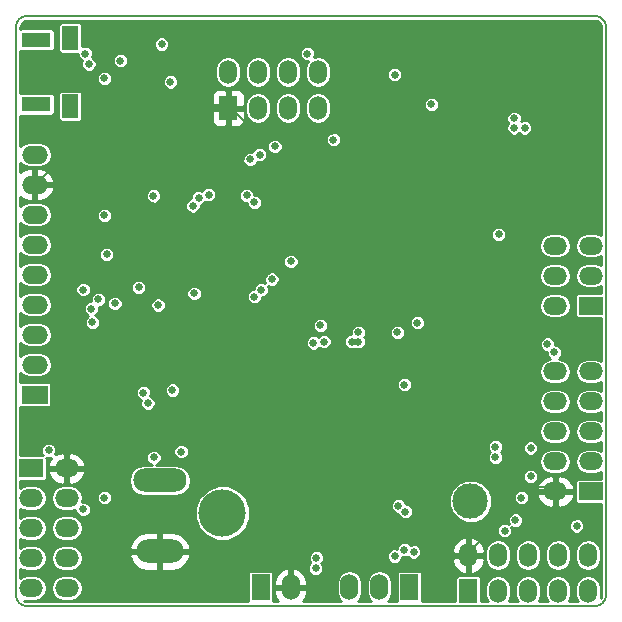
<source format=gbr>
%FSLAX34Y34*%
G04 Gerber Fmt 3.4, Leading zero omitted, Abs format*
G04 (created by PCBNEW (2013-11-08 BZR 4448)-product) date 2013-12-07T17:29:24 CET*
%MOIN*%
G01*
G70*
G90*
G04 APERTURE LIST*
%ADD10C,0.005906*%
%ADD11C,0.118110*%
%ADD12R,0.055100X0.078700*%
%ADD13R,0.096500X0.051200*%
%ADD14R,0.060000X0.086600*%
%ADD15O,0.060000X0.086600*%
%ADD16R,0.078700X0.060000*%
%ADD17O,0.078700X0.060000*%
%ADD18R,0.060000X0.078700*%
%ADD19O,0.060000X0.078700*%
%ADD20R,0.086600X0.060000*%
%ADD21O,0.086600X0.060000*%
%ADD22C,0.157480*%
%ADD23O,0.157500X0.078700*%
%ADD24O,0.177200X0.078700*%
%ADD25C,0.025000*%
%ADD26C,0.008000*%
%ADD27C,0.010000*%
G04 APERTURE END LIST*
G54D10*
X42913Y-43307D02*
G75*
G03X43307Y-42913I0J393D01*
G74*
G01*
X23622Y-42913D02*
G75*
G03X24015Y-43307I393J0D01*
G74*
G01*
X24015Y-23622D02*
G75*
G03X23622Y-24015I0J-393D01*
G74*
G01*
X43307Y-24015D02*
G75*
G03X42913Y-23622I-393J0D01*
G74*
G01*
X23622Y-42913D02*
X23622Y-24015D01*
X42913Y-43307D02*
X24015Y-43307D01*
X43307Y-24015D02*
X43307Y-42913D01*
X24015Y-23622D02*
X42913Y-23622D01*
G54D11*
X38779Y-39803D03*
G54D12*
X25443Y-24358D03*
X25443Y-26642D03*
G54D13*
X24309Y-24427D03*
X24309Y-26573D03*
G54D14*
X36748Y-42677D03*
G54D15*
X35748Y-42677D03*
X34748Y-42677D03*
G54D16*
X24126Y-38708D03*
G54D17*
X25322Y-38708D03*
X24126Y-39708D03*
X25322Y-39708D03*
X24126Y-40708D03*
X25322Y-40708D03*
X24126Y-41708D03*
X25322Y-41708D03*
X24126Y-42708D03*
X25322Y-42708D03*
G54D18*
X38708Y-42802D03*
G54D19*
X38708Y-41606D03*
X39708Y-42802D03*
X39708Y-41606D03*
X40708Y-42802D03*
X40708Y-41606D03*
X41708Y-42802D03*
X41708Y-41606D03*
X42708Y-42802D03*
X42708Y-41606D03*
G54D16*
X42802Y-39480D03*
G54D17*
X41606Y-39480D03*
X42802Y-38480D03*
X41606Y-38480D03*
X42802Y-37480D03*
X41606Y-37480D03*
X42802Y-36480D03*
X41606Y-36480D03*
X42802Y-35480D03*
X41606Y-35480D03*
G54D14*
X31783Y-42677D03*
G54D15*
X32783Y-42677D03*
G54D18*
X30700Y-26698D03*
G54D19*
X30700Y-25502D03*
X31700Y-26698D03*
X31700Y-25502D03*
X32700Y-26698D03*
X32700Y-25502D03*
X33700Y-26698D03*
X33700Y-25502D03*
G54D20*
X24250Y-36250D03*
G54D21*
X24250Y-35250D03*
X24250Y-34250D03*
X24250Y-33250D03*
X24250Y-32250D03*
X24250Y-31250D03*
X24250Y-30250D03*
X24250Y-29250D03*
X24250Y-28250D03*
G54D16*
X42802Y-33283D03*
G54D17*
X41606Y-33283D03*
X42802Y-32283D03*
X41606Y-32283D03*
X42802Y-31283D03*
X41606Y-31283D03*
G54D22*
X30512Y-40196D03*
G54D23*
X28425Y-41476D03*
G54D24*
X28425Y-39113D03*
G54D25*
X36574Y-35925D03*
X37007Y-33858D03*
X36377Y-39960D03*
X36889Y-41496D03*
X36614Y-40157D03*
X28228Y-38346D03*
X36574Y-41417D03*
X36338Y-34173D03*
X39724Y-30905D03*
X34212Y-27755D03*
X26574Y-30275D03*
X26653Y-31574D03*
X42322Y-40629D03*
X41338Y-34566D03*
X28838Y-36102D03*
X28779Y-25826D03*
X36259Y-25590D03*
X37480Y-26574D03*
X40236Y-27362D03*
X40590Y-27362D03*
X40236Y-27047D03*
X32795Y-31811D03*
X31574Y-32992D03*
X29527Y-29960D03*
X28366Y-33267D03*
X31574Y-29842D03*
X39606Y-37992D03*
X26574Y-39685D03*
X40275Y-40433D03*
X40787Y-38976D03*
X40472Y-39685D03*
X26377Y-33070D03*
X36259Y-41633D03*
X26141Y-33385D03*
X29133Y-38149D03*
X33641Y-41692D03*
X27716Y-32677D03*
X26929Y-33208D03*
X26181Y-33838D03*
X25866Y-32755D03*
X34823Y-34488D03*
X35039Y-34488D03*
X35039Y-34173D03*
X32165Y-32401D03*
X33622Y-42047D03*
X33897Y-34488D03*
X31811Y-32755D03*
X24724Y-38110D03*
X39921Y-40787D03*
X40787Y-38031D03*
X33346Y-24881D03*
X28208Y-29625D03*
X27106Y-25118D03*
X30059Y-29586D03*
X29724Y-29685D03*
X32263Y-27972D03*
X31318Y-29606D03*
X31437Y-28405D03*
X31751Y-28248D03*
X28031Y-36535D03*
X27874Y-36181D03*
X25944Y-24881D03*
X26062Y-25236D03*
X26574Y-25708D03*
X29566Y-32874D03*
X33543Y-34527D03*
X33779Y-33937D03*
X25866Y-40078D03*
X39606Y-38346D03*
X41574Y-34842D03*
X38937Y-30118D03*
X31850Y-41122D03*
X31889Y-35590D03*
X31889Y-35905D03*
X32204Y-41062D03*
X26889Y-24468D03*
X28740Y-28799D03*
X31377Y-35000D03*
X31496Y-35590D03*
X31102Y-36023D03*
X31102Y-36417D03*
X31102Y-36811D03*
X31102Y-37598D03*
X31102Y-37204D03*
X30708Y-37598D03*
X30708Y-36811D03*
X30708Y-36417D03*
X30708Y-37204D03*
X30708Y-37992D03*
X33622Y-27992D03*
X25885Y-36102D03*
X27007Y-34291D03*
X30708Y-31653D03*
X30452Y-31082D03*
X25866Y-26062D03*
X26299Y-27480D03*
X27125Y-27086D03*
X31102Y-38779D03*
X30708Y-38385D03*
X31102Y-38385D03*
X32027Y-41417D03*
X37440Y-41082D03*
X39074Y-38877D03*
X38681Y-38779D03*
X38681Y-36023D03*
X37559Y-35275D03*
X38228Y-34330D03*
X35236Y-32362D03*
X37007Y-32598D03*
X37598Y-24488D03*
X37440Y-25748D03*
X38937Y-27244D03*
X40905Y-27834D03*
X38582Y-28149D03*
X40905Y-28228D03*
X41614Y-28031D03*
X42125Y-27519D03*
X38287Y-36023D03*
X38681Y-36417D03*
X38287Y-36417D03*
X38681Y-36811D03*
X38287Y-36811D03*
X38681Y-38385D03*
X38287Y-38779D03*
X38681Y-37992D03*
X38681Y-37204D03*
X38681Y-37598D03*
X30413Y-37401D03*
X30413Y-37795D03*
X30413Y-37007D03*
X31122Y-38011D03*
X37421Y-40531D03*
X37559Y-40787D03*
X37362Y-35551D03*
X37401Y-34960D03*
X26850Y-29921D03*
X32480Y-32086D03*
X31299Y-33267D03*
X29094Y-30393D03*
X28011Y-32933D03*
X32322Y-29173D03*
X28484Y-24566D03*
G54D26*
X38937Y-30118D02*
X39566Y-30118D01*
X31102Y-38779D02*
X31476Y-39153D01*
X31476Y-39153D02*
X31476Y-41417D01*
X26240Y-26259D02*
X26151Y-26348D01*
X26240Y-25511D02*
X26240Y-26259D01*
X26791Y-24960D02*
X26240Y-25511D01*
X26791Y-24566D02*
X26791Y-24960D01*
X26889Y-24468D02*
X26791Y-24566D01*
X31377Y-35000D02*
X31377Y-35472D01*
X31377Y-35472D02*
X31496Y-35590D01*
X31102Y-36023D02*
X31496Y-35629D01*
X31496Y-35629D02*
X31496Y-35590D01*
X32322Y-29173D02*
X32637Y-28858D01*
X32637Y-28858D02*
X32637Y-27480D01*
X33622Y-27992D02*
X33661Y-27952D01*
X33661Y-27952D02*
X33661Y-27480D01*
X27007Y-34291D02*
X25885Y-35413D01*
X25885Y-35413D02*
X25885Y-36102D01*
X28011Y-32933D02*
X27007Y-33937D01*
X27007Y-33937D02*
X27007Y-34291D01*
X29094Y-30393D02*
X29094Y-31850D01*
X29094Y-31850D02*
X28011Y-32933D01*
X30708Y-31653D02*
X30708Y-32677D01*
X30708Y-32677D02*
X31299Y-33267D01*
X30708Y-31653D02*
X32047Y-31653D01*
X32047Y-31653D02*
X32480Y-32086D01*
X30452Y-31082D02*
X30452Y-31397D01*
X30452Y-31397D02*
X30708Y-31653D01*
X29094Y-30393D02*
X29763Y-30393D01*
X29763Y-30393D02*
X30452Y-31082D01*
X26850Y-29921D02*
X27322Y-30393D01*
X27322Y-30393D02*
X29094Y-30393D01*
X26299Y-27480D02*
X26299Y-29370D01*
X26299Y-29370D02*
X26850Y-29921D01*
X26299Y-27480D02*
X26019Y-27480D01*
X26019Y-27480D02*
X24250Y-29250D01*
X26299Y-27480D02*
X26299Y-26496D01*
X26299Y-26496D02*
X26151Y-26348D01*
X26151Y-26348D02*
X25866Y-26062D01*
X27125Y-27086D02*
X26692Y-27086D01*
X26692Y-27086D02*
X26299Y-27480D01*
X30700Y-26600D02*
X27612Y-26600D01*
X27612Y-26600D02*
X27125Y-27086D01*
X37440Y-25748D02*
X35708Y-27480D01*
X31580Y-27480D02*
X30700Y-26600D01*
X32637Y-27480D02*
X31580Y-27480D01*
X35708Y-27480D02*
X33661Y-27480D01*
X33661Y-27480D02*
X32637Y-27480D01*
X31653Y-41417D02*
X31653Y-41377D01*
X31653Y-41377D02*
X31653Y-41417D01*
X28425Y-41476D02*
X28425Y-40748D01*
X26385Y-38708D02*
X25224Y-38708D01*
X28425Y-40748D02*
X26385Y-38708D01*
X32027Y-41417D02*
X31653Y-41417D01*
X31653Y-41417D02*
X31476Y-41417D01*
X31476Y-41417D02*
X28484Y-41417D01*
X28484Y-41417D02*
X28425Y-41476D01*
X32783Y-41625D02*
X32236Y-41625D01*
X32236Y-41625D02*
X32027Y-41417D01*
X37440Y-41082D02*
X37303Y-40944D01*
X32783Y-41625D02*
X32783Y-42677D01*
X33464Y-40944D02*
X32783Y-41625D01*
X37303Y-40944D02*
X33464Y-40944D01*
X38708Y-41704D02*
X38062Y-41704D01*
X38062Y-41704D02*
X37440Y-41082D01*
X39527Y-39330D02*
X39960Y-39763D01*
X38708Y-41527D02*
X38708Y-41704D01*
X39960Y-40275D02*
X38708Y-41527D01*
X39960Y-39763D02*
X39960Y-40275D01*
X39074Y-38877D02*
X39527Y-39330D01*
X41555Y-39330D02*
X41704Y-39480D01*
X39527Y-39330D02*
X41555Y-39330D01*
X38228Y-34330D02*
X38228Y-35570D01*
X38228Y-35570D02*
X38681Y-36023D01*
X38228Y-34330D02*
X38228Y-34606D01*
X38228Y-34606D02*
X37559Y-35275D01*
X37007Y-32598D02*
X38228Y-33818D01*
X38228Y-33818D02*
X38228Y-34330D01*
X37007Y-32598D02*
X36771Y-32362D01*
X36771Y-32362D02*
X35236Y-32362D01*
X39566Y-30590D02*
X37559Y-32598D01*
X37559Y-32598D02*
X37007Y-32598D01*
X39566Y-29566D02*
X40905Y-28228D01*
X39566Y-30590D02*
X39566Y-30118D01*
X39566Y-30118D02*
X39566Y-29566D01*
X37440Y-25748D02*
X37598Y-25590D01*
X37598Y-25590D02*
X37598Y-24488D01*
X38937Y-27244D02*
X37440Y-25748D01*
X40905Y-27834D02*
X39527Y-27834D01*
X39527Y-27834D02*
X38937Y-27244D01*
X40905Y-28228D02*
X38661Y-28228D01*
X38661Y-28228D02*
X38582Y-28149D01*
X41614Y-28031D02*
X42125Y-27519D01*
G54D10*
G36*
X43147Y-42897D02*
X43126Y-43001D01*
X43116Y-43017D01*
X43138Y-42906D01*
X43138Y-42698D01*
X43138Y-41710D01*
X43138Y-41502D01*
X43105Y-41338D01*
X43012Y-41198D01*
X42873Y-41105D01*
X42708Y-41072D01*
X42577Y-41098D01*
X42577Y-40579D01*
X42539Y-40485D01*
X42467Y-40413D01*
X42373Y-40374D01*
X42272Y-40374D01*
X42233Y-40390D01*
X42233Y-39615D01*
X42233Y-39345D01*
X42226Y-39309D01*
X42140Y-39155D01*
X42140Y-38480D01*
X42140Y-37480D01*
X42140Y-36480D01*
X42140Y-35480D01*
X42140Y-33283D01*
X42140Y-32283D01*
X42140Y-31283D01*
X42107Y-31118D01*
X42014Y-30979D01*
X41875Y-30886D01*
X41710Y-30853D01*
X41502Y-30853D01*
X41338Y-30886D01*
X41198Y-30979D01*
X41105Y-31118D01*
X41072Y-31283D01*
X41105Y-31448D01*
X41198Y-31587D01*
X41338Y-31680D01*
X41502Y-31713D01*
X41710Y-31713D01*
X41875Y-31680D01*
X42014Y-31587D01*
X42107Y-31448D01*
X42140Y-31283D01*
X42140Y-32283D01*
X42107Y-32118D01*
X42014Y-31979D01*
X41875Y-31886D01*
X41710Y-31853D01*
X41502Y-31853D01*
X41338Y-31886D01*
X41198Y-31979D01*
X41105Y-32118D01*
X41072Y-32283D01*
X41105Y-32448D01*
X41198Y-32587D01*
X41338Y-32680D01*
X41502Y-32713D01*
X41710Y-32713D01*
X41875Y-32680D01*
X42014Y-32587D01*
X42107Y-32448D01*
X42140Y-32283D01*
X42140Y-33283D01*
X42107Y-33118D01*
X42014Y-32979D01*
X41875Y-32886D01*
X41710Y-32853D01*
X41502Y-32853D01*
X41338Y-32886D01*
X41198Y-32979D01*
X41105Y-33118D01*
X41072Y-33283D01*
X41105Y-33448D01*
X41198Y-33587D01*
X41338Y-33680D01*
X41502Y-33713D01*
X41710Y-33713D01*
X41875Y-33680D01*
X42014Y-33587D01*
X42107Y-33448D01*
X42140Y-33283D01*
X42140Y-35480D01*
X42107Y-35315D01*
X42014Y-35176D01*
X41875Y-35083D01*
X41724Y-35053D01*
X41790Y-34987D01*
X41829Y-34893D01*
X41829Y-34792D01*
X41791Y-34698D01*
X41719Y-34626D01*
X41625Y-34587D01*
X41593Y-34587D01*
X41593Y-34516D01*
X41554Y-34422D01*
X41483Y-34350D01*
X41389Y-34311D01*
X41288Y-34311D01*
X41194Y-34350D01*
X41122Y-34422D01*
X41083Y-34515D01*
X41083Y-34617D01*
X41122Y-34711D01*
X41193Y-34782D01*
X41287Y-34821D01*
X41319Y-34821D01*
X41319Y-34893D01*
X41358Y-34986D01*
X41430Y-35058D01*
X41440Y-35062D01*
X41338Y-35083D01*
X41198Y-35176D01*
X41105Y-35315D01*
X41072Y-35480D01*
X41105Y-35644D01*
X41198Y-35784D01*
X41338Y-35877D01*
X41502Y-35910D01*
X41710Y-35910D01*
X41875Y-35877D01*
X42014Y-35784D01*
X42107Y-35644D01*
X42140Y-35480D01*
X42140Y-36480D01*
X42107Y-36315D01*
X42014Y-36176D01*
X41875Y-36083D01*
X41710Y-36050D01*
X41502Y-36050D01*
X41338Y-36083D01*
X41198Y-36176D01*
X41105Y-36315D01*
X41072Y-36480D01*
X41105Y-36644D01*
X41198Y-36784D01*
X41338Y-36877D01*
X41502Y-36910D01*
X41710Y-36910D01*
X41875Y-36877D01*
X42014Y-36784D01*
X42107Y-36644D01*
X42140Y-36480D01*
X42140Y-37480D01*
X42107Y-37315D01*
X42014Y-37176D01*
X41875Y-37083D01*
X41710Y-37050D01*
X41502Y-37050D01*
X41338Y-37083D01*
X41198Y-37176D01*
X41105Y-37315D01*
X41072Y-37480D01*
X41105Y-37644D01*
X41198Y-37784D01*
X41338Y-37877D01*
X41502Y-37910D01*
X41710Y-37910D01*
X41875Y-37877D01*
X42014Y-37784D01*
X42107Y-37644D01*
X42140Y-37480D01*
X42140Y-38480D01*
X42107Y-38315D01*
X42014Y-38176D01*
X41875Y-38083D01*
X41710Y-38050D01*
X41502Y-38050D01*
X41338Y-38083D01*
X41198Y-38176D01*
X41105Y-38315D01*
X41072Y-38480D01*
X41105Y-38644D01*
X41198Y-38784D01*
X41338Y-38877D01*
X41502Y-38910D01*
X41710Y-38910D01*
X41875Y-38877D01*
X42014Y-38784D01*
X42107Y-38644D01*
X42140Y-38480D01*
X42140Y-39155D01*
X42121Y-39120D01*
X41951Y-38986D01*
X41743Y-38928D01*
X41656Y-38990D01*
X41656Y-39430D01*
X42185Y-39430D01*
X42233Y-39345D01*
X42233Y-39615D01*
X42185Y-39530D01*
X41656Y-39530D01*
X41656Y-39969D01*
X41743Y-40032D01*
X41951Y-39973D01*
X42121Y-39839D01*
X42226Y-39651D01*
X42233Y-39615D01*
X42233Y-40390D01*
X42178Y-40413D01*
X42106Y-40485D01*
X42067Y-40578D01*
X42067Y-40680D01*
X42106Y-40774D01*
X42178Y-40845D01*
X42271Y-40884D01*
X42373Y-40884D01*
X42467Y-40846D01*
X42538Y-40774D01*
X42577Y-40680D01*
X42577Y-40579D01*
X42577Y-41098D01*
X42544Y-41105D01*
X42404Y-41198D01*
X42311Y-41338D01*
X42278Y-41502D01*
X42278Y-41710D01*
X42311Y-41875D01*
X42404Y-42014D01*
X42544Y-42107D01*
X42708Y-42140D01*
X42873Y-42107D01*
X43012Y-42014D01*
X43105Y-41875D01*
X43138Y-41710D01*
X43138Y-42698D01*
X43105Y-42534D01*
X43012Y-42394D01*
X42873Y-42301D01*
X42708Y-42268D01*
X42544Y-42301D01*
X42404Y-42394D01*
X42311Y-42534D01*
X42278Y-42698D01*
X42278Y-42906D01*
X42311Y-43071D01*
X42362Y-43147D01*
X42054Y-43147D01*
X42105Y-43071D01*
X42138Y-42906D01*
X42138Y-42698D01*
X42138Y-41710D01*
X42138Y-41502D01*
X42105Y-41338D01*
X42012Y-41198D01*
X41873Y-41105D01*
X41708Y-41072D01*
X41556Y-41103D01*
X41556Y-39969D01*
X41556Y-39530D01*
X41556Y-39430D01*
X41556Y-38990D01*
X41469Y-38928D01*
X41261Y-38986D01*
X41092Y-39120D01*
X41042Y-39209D01*
X41042Y-38925D01*
X41042Y-37980D01*
X41003Y-37887D01*
X40932Y-37815D01*
X40845Y-37779D01*
X40845Y-27311D01*
X40806Y-27217D01*
X40735Y-27146D01*
X40641Y-27107D01*
X40540Y-27107D01*
X40476Y-27133D01*
X40491Y-27098D01*
X40491Y-26996D01*
X40452Y-26902D01*
X40380Y-26831D01*
X40287Y-26792D01*
X40185Y-26792D01*
X40091Y-26830D01*
X40020Y-26902D01*
X39981Y-26996D01*
X39981Y-27097D01*
X40019Y-27191D01*
X40033Y-27204D01*
X40020Y-27217D01*
X39981Y-27311D01*
X39981Y-27412D01*
X40019Y-27506D01*
X40091Y-27578D01*
X40185Y-27617D01*
X40286Y-27617D01*
X40380Y-27578D01*
X40413Y-27545D01*
X40445Y-27578D01*
X40539Y-27617D01*
X40641Y-27617D01*
X40734Y-27578D01*
X40806Y-27506D01*
X40845Y-27413D01*
X40845Y-27311D01*
X40845Y-37779D01*
X40838Y-37776D01*
X40736Y-37776D01*
X40643Y-37815D01*
X40571Y-37886D01*
X40532Y-37980D01*
X40532Y-38081D01*
X40571Y-38175D01*
X40642Y-38247D01*
X40736Y-38286D01*
X40837Y-38286D01*
X40931Y-38247D01*
X41003Y-38176D01*
X41042Y-38082D01*
X41042Y-37980D01*
X41042Y-38925D01*
X41003Y-38832D01*
X40932Y-38760D01*
X40838Y-38721D01*
X40736Y-38721D01*
X40643Y-38760D01*
X40571Y-38831D01*
X40532Y-38925D01*
X40532Y-39026D01*
X40571Y-39120D01*
X40642Y-39192D01*
X40736Y-39231D01*
X40837Y-39231D01*
X40931Y-39192D01*
X41003Y-39121D01*
X41042Y-39027D01*
X41042Y-38925D01*
X41042Y-39209D01*
X40986Y-39309D01*
X40980Y-39345D01*
X41028Y-39430D01*
X41556Y-39430D01*
X41556Y-39530D01*
X41028Y-39530D01*
X40980Y-39615D01*
X40986Y-39651D01*
X41092Y-39839D01*
X41261Y-39973D01*
X41469Y-40032D01*
X41556Y-39969D01*
X41556Y-41103D01*
X41544Y-41105D01*
X41404Y-41198D01*
X41311Y-41338D01*
X41278Y-41502D01*
X41278Y-41710D01*
X41311Y-41875D01*
X41404Y-42014D01*
X41544Y-42107D01*
X41708Y-42140D01*
X41873Y-42107D01*
X42012Y-42014D01*
X42105Y-41875D01*
X42138Y-41710D01*
X42138Y-42698D01*
X42105Y-42534D01*
X42012Y-42394D01*
X41873Y-42301D01*
X41708Y-42268D01*
X41544Y-42301D01*
X41404Y-42394D01*
X41311Y-42534D01*
X41278Y-42698D01*
X41278Y-42906D01*
X41311Y-43071D01*
X41362Y-43147D01*
X41054Y-43147D01*
X41105Y-43071D01*
X41138Y-42906D01*
X41138Y-42698D01*
X41138Y-41710D01*
X41138Y-41502D01*
X41105Y-41338D01*
X41012Y-41198D01*
X40873Y-41105D01*
X40727Y-41076D01*
X40727Y-39634D01*
X40688Y-39540D01*
X40617Y-39468D01*
X40523Y-39430D01*
X40421Y-39429D01*
X40328Y-39468D01*
X40256Y-39540D01*
X40217Y-39634D01*
X40217Y-39735D01*
X40256Y-39829D01*
X40327Y-39901D01*
X40421Y-39939D01*
X40522Y-39940D01*
X40616Y-39901D01*
X40688Y-39829D01*
X40727Y-39735D01*
X40727Y-39634D01*
X40727Y-41076D01*
X40708Y-41072D01*
X40544Y-41105D01*
X40530Y-41114D01*
X40530Y-40382D01*
X40491Y-40288D01*
X40420Y-40217D01*
X40326Y-40178D01*
X40225Y-40178D01*
X40131Y-40216D01*
X40059Y-40288D01*
X40020Y-40382D01*
X40020Y-40483D01*
X40054Y-40566D01*
X39979Y-40535D01*
X39979Y-30855D01*
X39940Y-30761D01*
X39869Y-30689D01*
X39775Y-30650D01*
X39673Y-30650D01*
X39580Y-30689D01*
X39508Y-30760D01*
X39469Y-30854D01*
X39469Y-30956D01*
X39508Y-31049D01*
X39579Y-31121D01*
X39673Y-31160D01*
X39774Y-31160D01*
X39868Y-31121D01*
X39940Y-31050D01*
X39979Y-30956D01*
X39979Y-30855D01*
X39979Y-40535D01*
X39972Y-40532D01*
X39870Y-40532D01*
X39861Y-40536D01*
X39861Y-38295D01*
X39822Y-38202D01*
X39789Y-38169D01*
X39822Y-38136D01*
X39861Y-38043D01*
X39861Y-37941D01*
X39822Y-37847D01*
X39750Y-37776D01*
X39657Y-37737D01*
X39555Y-37737D01*
X39462Y-37775D01*
X39390Y-37847D01*
X39351Y-37941D01*
X39351Y-38042D01*
X39389Y-38136D01*
X39422Y-38169D01*
X39390Y-38201D01*
X39351Y-38295D01*
X39351Y-38396D01*
X39389Y-38490D01*
X39461Y-38562D01*
X39555Y-38601D01*
X39656Y-38601D01*
X39750Y-38562D01*
X39822Y-38491D01*
X39861Y-38397D01*
X39861Y-38295D01*
X39861Y-40536D01*
X39777Y-40571D01*
X39705Y-40642D01*
X39666Y-40736D01*
X39666Y-40837D01*
X39704Y-40931D01*
X39776Y-41003D01*
X39870Y-41042D01*
X39971Y-41042D01*
X40065Y-41003D01*
X40137Y-40932D01*
X40176Y-40838D01*
X40176Y-40736D01*
X40141Y-40653D01*
X40224Y-40688D01*
X40326Y-40688D01*
X40419Y-40649D01*
X40491Y-40577D01*
X40530Y-40484D01*
X40530Y-40382D01*
X40530Y-41114D01*
X40404Y-41198D01*
X40311Y-41338D01*
X40278Y-41502D01*
X40278Y-41710D01*
X40311Y-41875D01*
X40404Y-42014D01*
X40544Y-42107D01*
X40708Y-42140D01*
X40873Y-42107D01*
X41012Y-42014D01*
X41105Y-41875D01*
X41138Y-41710D01*
X41138Y-42698D01*
X41105Y-42534D01*
X41012Y-42394D01*
X40873Y-42301D01*
X40708Y-42268D01*
X40544Y-42301D01*
X40404Y-42394D01*
X40311Y-42534D01*
X40278Y-42698D01*
X40278Y-42906D01*
X40311Y-43071D01*
X40362Y-43147D01*
X40054Y-43147D01*
X40105Y-43071D01*
X40138Y-42906D01*
X40138Y-42698D01*
X40138Y-41710D01*
X40138Y-41502D01*
X40105Y-41338D01*
X40012Y-41198D01*
X39873Y-41105D01*
X39708Y-41072D01*
X39544Y-41105D01*
X39500Y-41135D01*
X39500Y-39660D01*
X39390Y-39395D01*
X39188Y-39192D01*
X38923Y-39082D01*
X38636Y-39082D01*
X38371Y-39191D01*
X38169Y-39394D01*
X38059Y-39659D01*
X38058Y-39945D01*
X38168Y-40210D01*
X38370Y-40413D01*
X38635Y-40523D01*
X38922Y-40523D01*
X39187Y-40414D01*
X39390Y-40211D01*
X39499Y-39947D01*
X39500Y-39660D01*
X39500Y-41135D01*
X39404Y-41198D01*
X39311Y-41338D01*
X39278Y-41502D01*
X39278Y-41710D01*
X39311Y-41875D01*
X39404Y-42014D01*
X39544Y-42107D01*
X39708Y-42140D01*
X39873Y-42107D01*
X40012Y-42014D01*
X40105Y-41875D01*
X40138Y-41710D01*
X40138Y-42698D01*
X40105Y-42534D01*
X40012Y-42394D01*
X39873Y-42301D01*
X39708Y-42268D01*
X39544Y-42301D01*
X39404Y-42394D01*
X39311Y-42534D01*
X39278Y-42698D01*
X39278Y-42906D01*
X39311Y-43071D01*
X39362Y-43147D01*
X39260Y-43147D01*
X39260Y-41743D01*
X39260Y-41469D01*
X39202Y-41261D01*
X39068Y-41092D01*
X38879Y-40986D01*
X38843Y-40980D01*
X38758Y-41028D01*
X38758Y-41556D01*
X39198Y-41556D01*
X39260Y-41469D01*
X39260Y-41743D01*
X39198Y-41656D01*
X38758Y-41656D01*
X38758Y-42185D01*
X38843Y-42233D01*
X38879Y-42226D01*
X39068Y-42121D01*
X39202Y-41951D01*
X39260Y-41743D01*
X39260Y-43147D01*
X39138Y-43147D01*
X39138Y-42383D01*
X39118Y-42335D01*
X39082Y-42299D01*
X39034Y-42279D01*
X38982Y-42279D01*
X38658Y-42279D01*
X38658Y-42185D01*
X38658Y-41656D01*
X38658Y-41556D01*
X38658Y-41028D01*
X38573Y-40980D01*
X38537Y-40986D01*
X38349Y-41092D01*
X38215Y-41261D01*
X38156Y-41469D01*
X38219Y-41556D01*
X38658Y-41556D01*
X38658Y-41656D01*
X38219Y-41656D01*
X38156Y-41743D01*
X38215Y-41951D01*
X38349Y-42121D01*
X38537Y-42226D01*
X38573Y-42233D01*
X38658Y-42185D01*
X38658Y-42279D01*
X38382Y-42279D01*
X38335Y-42299D01*
X38298Y-42335D01*
X38278Y-42383D01*
X38278Y-42435D01*
X38278Y-43147D01*
X37735Y-43147D01*
X37735Y-26524D01*
X37696Y-26430D01*
X37624Y-26358D01*
X37531Y-26319D01*
X37429Y-26319D01*
X37336Y-26358D01*
X37264Y-26430D01*
X37225Y-26523D01*
X37225Y-26625D01*
X37264Y-26719D01*
X37335Y-26790D01*
X37429Y-26829D01*
X37530Y-26829D01*
X37624Y-26791D01*
X37696Y-26719D01*
X37735Y-26625D01*
X37735Y-26524D01*
X37735Y-43147D01*
X37262Y-43147D01*
X37262Y-33807D01*
X37224Y-33714D01*
X37152Y-33642D01*
X37058Y-33603D01*
X36957Y-33603D01*
X36863Y-33641D01*
X36791Y-33713D01*
X36752Y-33807D01*
X36752Y-33908D01*
X36791Y-34002D01*
X36863Y-34074D01*
X36956Y-34113D01*
X37058Y-34113D01*
X37152Y-34074D01*
X37223Y-34002D01*
X37262Y-33909D01*
X37262Y-33807D01*
X37262Y-43147D01*
X37173Y-43147D01*
X37178Y-43136D01*
X37178Y-43084D01*
X37178Y-42218D01*
X37158Y-42170D01*
X37144Y-42157D01*
X37144Y-41445D01*
X37106Y-41351D01*
X37034Y-41280D01*
X36940Y-41241D01*
X36869Y-41241D01*
X36869Y-40106D01*
X36830Y-40013D01*
X36829Y-40012D01*
X36829Y-35874D01*
X36791Y-35780D01*
X36719Y-35709D01*
X36625Y-35670D01*
X36593Y-35670D01*
X36593Y-34122D01*
X36554Y-34028D01*
X36514Y-33988D01*
X36514Y-25540D01*
X36476Y-25446D01*
X36404Y-25374D01*
X36310Y-25335D01*
X36209Y-25335D01*
X36115Y-25374D01*
X36043Y-25445D01*
X36004Y-25539D01*
X36004Y-25641D01*
X36043Y-25734D01*
X36115Y-25806D01*
X36208Y-25845D01*
X36310Y-25845D01*
X36404Y-25806D01*
X36475Y-25735D01*
X36514Y-25641D01*
X36514Y-25540D01*
X36514Y-33988D01*
X36483Y-33957D01*
X36389Y-33918D01*
X36288Y-33918D01*
X36194Y-33956D01*
X36122Y-34028D01*
X36083Y-34122D01*
X36083Y-34223D01*
X36122Y-34317D01*
X36193Y-34389D01*
X36287Y-34428D01*
X36389Y-34428D01*
X36482Y-34389D01*
X36554Y-34317D01*
X36593Y-34224D01*
X36593Y-34122D01*
X36593Y-35670D01*
X36524Y-35670D01*
X36430Y-35708D01*
X36358Y-35780D01*
X36319Y-35874D01*
X36319Y-35975D01*
X36358Y-36069D01*
X36430Y-36141D01*
X36523Y-36180D01*
X36625Y-36180D01*
X36719Y-36141D01*
X36790Y-36069D01*
X36829Y-35976D01*
X36829Y-35874D01*
X36829Y-40012D01*
X36758Y-39941D01*
X36665Y-39902D01*
X36629Y-39902D01*
X36594Y-39816D01*
X36522Y-39744D01*
X36428Y-39705D01*
X36327Y-39705D01*
X36233Y-39744D01*
X36161Y-39815D01*
X36122Y-39909D01*
X36122Y-40011D01*
X36161Y-40104D01*
X36233Y-40176D01*
X36327Y-40215D01*
X36362Y-40215D01*
X36397Y-40301D01*
X36469Y-40373D01*
X36563Y-40412D01*
X36664Y-40412D01*
X36758Y-40373D01*
X36830Y-40302D01*
X36869Y-40208D01*
X36869Y-40106D01*
X36869Y-41241D01*
X36839Y-41241D01*
X36782Y-41264D01*
X36719Y-41201D01*
X36625Y-41162D01*
X36524Y-41162D01*
X36430Y-41201D01*
X36358Y-41272D01*
X36319Y-41366D01*
X36319Y-41382D01*
X36310Y-41378D01*
X36209Y-41378D01*
X36115Y-41417D01*
X36043Y-41489D01*
X36004Y-41582D01*
X36004Y-41684D01*
X36043Y-41778D01*
X36115Y-41849D01*
X36208Y-41888D01*
X36310Y-41888D01*
X36404Y-41850D01*
X36475Y-41778D01*
X36514Y-41684D01*
X36514Y-41668D01*
X36523Y-41672D01*
X36625Y-41672D01*
X36682Y-41648D01*
X36745Y-41712D01*
X36838Y-41751D01*
X36940Y-41751D01*
X37034Y-41712D01*
X37105Y-41640D01*
X37144Y-41547D01*
X37144Y-41445D01*
X37144Y-42157D01*
X37121Y-42133D01*
X37073Y-42114D01*
X37022Y-42114D01*
X36422Y-42114D01*
X36374Y-42133D01*
X36337Y-42170D01*
X36318Y-42218D01*
X36318Y-42270D01*
X36318Y-43136D01*
X36322Y-43147D01*
X36018Y-43147D01*
X36052Y-43125D01*
X36145Y-42985D01*
X36178Y-42821D01*
X36178Y-42533D01*
X36145Y-42368D01*
X36052Y-42229D01*
X35912Y-42135D01*
X35748Y-42103D01*
X35583Y-42135D01*
X35443Y-42229D01*
X35350Y-42368D01*
X35318Y-42533D01*
X35318Y-42821D01*
X35350Y-42985D01*
X35443Y-43125D01*
X35477Y-43147D01*
X35294Y-43147D01*
X35294Y-34437D01*
X35255Y-34343D01*
X35242Y-34330D01*
X35255Y-34317D01*
X35294Y-34224D01*
X35294Y-34122D01*
X35255Y-34028D01*
X35184Y-33957D01*
X35090Y-33918D01*
X34988Y-33918D01*
X34895Y-33956D01*
X34823Y-34028D01*
X34784Y-34122D01*
X34784Y-34223D01*
X34788Y-34233D01*
X34772Y-34233D01*
X34678Y-34271D01*
X34607Y-34343D01*
X34568Y-34437D01*
X34568Y-34538D01*
X34606Y-34632D01*
X34678Y-34704D01*
X34772Y-34743D01*
X34873Y-34743D01*
X34931Y-34719D01*
X34988Y-34743D01*
X35089Y-34743D01*
X35183Y-34704D01*
X35255Y-34632D01*
X35294Y-34539D01*
X35294Y-34437D01*
X35294Y-43147D01*
X35018Y-43147D01*
X35052Y-43125D01*
X35145Y-42985D01*
X35178Y-42821D01*
X35178Y-42533D01*
X35145Y-42368D01*
X35052Y-42229D01*
X34912Y-42135D01*
X34748Y-42103D01*
X34583Y-42135D01*
X34467Y-42213D01*
X34467Y-27705D01*
X34428Y-27611D01*
X34357Y-27539D01*
X34263Y-27500D01*
X34162Y-27500D01*
X34130Y-27514D01*
X34130Y-26801D01*
X34130Y-26594D01*
X34130Y-25605D01*
X34130Y-25398D01*
X34097Y-25233D01*
X34004Y-25094D01*
X33864Y-25000D01*
X33700Y-24968D01*
X33576Y-24992D01*
X33601Y-24932D01*
X33601Y-24831D01*
X33562Y-24737D01*
X33491Y-24665D01*
X33397Y-24626D01*
X33295Y-24626D01*
X33202Y-24665D01*
X33130Y-24737D01*
X33091Y-24830D01*
X33091Y-24932D01*
X33130Y-25026D01*
X33201Y-25097D01*
X33295Y-25136D01*
X33367Y-25136D01*
X33302Y-25233D01*
X33270Y-25398D01*
X33270Y-25605D01*
X33302Y-25770D01*
X33395Y-25909D01*
X33535Y-26003D01*
X33700Y-26035D01*
X33864Y-26003D01*
X34004Y-25909D01*
X34097Y-25770D01*
X34130Y-25605D01*
X34130Y-26594D01*
X34097Y-26429D01*
X34004Y-26290D01*
X33864Y-26196D01*
X33700Y-26164D01*
X33535Y-26196D01*
X33395Y-26290D01*
X33302Y-26429D01*
X33270Y-26594D01*
X33270Y-26801D01*
X33302Y-26966D01*
X33395Y-27105D01*
X33535Y-27199D01*
X33700Y-27231D01*
X33864Y-27199D01*
X34004Y-27105D01*
X34097Y-26966D01*
X34130Y-26801D01*
X34130Y-27514D01*
X34068Y-27539D01*
X33996Y-27611D01*
X33957Y-27704D01*
X33957Y-27806D01*
X33996Y-27900D01*
X34067Y-27971D01*
X34161Y-28010D01*
X34263Y-28010D01*
X34356Y-27972D01*
X34428Y-27900D01*
X34467Y-27806D01*
X34467Y-27705D01*
X34467Y-42213D01*
X34443Y-42229D01*
X34350Y-42368D01*
X34318Y-42533D01*
X34318Y-42821D01*
X34350Y-42985D01*
X34443Y-43125D01*
X34477Y-43147D01*
X34152Y-43147D01*
X34152Y-34437D01*
X34113Y-34343D01*
X34042Y-34272D01*
X34034Y-34268D01*
X34034Y-33886D01*
X33995Y-33792D01*
X33924Y-33720D01*
X33830Y-33682D01*
X33729Y-33681D01*
X33635Y-33720D01*
X33563Y-33792D01*
X33524Y-33886D01*
X33524Y-33987D01*
X33563Y-34081D01*
X33634Y-34153D01*
X33728Y-34191D01*
X33830Y-34192D01*
X33923Y-34153D01*
X33995Y-34081D01*
X34034Y-33987D01*
X34034Y-33886D01*
X34034Y-34268D01*
X33948Y-34233D01*
X33847Y-34233D01*
X33753Y-34271D01*
X33700Y-34324D01*
X33687Y-34311D01*
X33594Y-34272D01*
X33492Y-34272D01*
X33399Y-34311D01*
X33327Y-34382D01*
X33288Y-34476D01*
X33288Y-34578D01*
X33327Y-34671D01*
X33398Y-34743D01*
X33492Y-34782D01*
X33593Y-34782D01*
X33687Y-34743D01*
X33740Y-34691D01*
X33753Y-34704D01*
X33846Y-34743D01*
X33948Y-34743D01*
X34041Y-34704D01*
X34113Y-34632D01*
X34152Y-34539D01*
X34152Y-34437D01*
X34152Y-43147D01*
X33896Y-43147D01*
X33896Y-41642D01*
X33858Y-41548D01*
X33786Y-41476D01*
X33692Y-41437D01*
X33591Y-41437D01*
X33497Y-41476D01*
X33425Y-41548D01*
X33386Y-41641D01*
X33386Y-41743D01*
X33425Y-41837D01*
X33448Y-41860D01*
X33405Y-41902D01*
X33367Y-41996D01*
X33367Y-42097D01*
X33405Y-42191D01*
X33477Y-42263D01*
X33571Y-42302D01*
X33672Y-42302D01*
X33766Y-42263D01*
X33838Y-42191D01*
X33877Y-42098D01*
X33877Y-41996D01*
X33838Y-41902D01*
X33815Y-41879D01*
X33857Y-41837D01*
X33896Y-41743D01*
X33896Y-41642D01*
X33896Y-43147D01*
X33207Y-43147D01*
X33272Y-43066D01*
X33333Y-42860D01*
X33333Y-42727D01*
X33333Y-42627D01*
X33333Y-42494D01*
X33272Y-42287D01*
X33137Y-42119D01*
X33130Y-42116D01*
X33130Y-26801D01*
X33130Y-26594D01*
X33130Y-25605D01*
X33130Y-25398D01*
X33097Y-25233D01*
X33004Y-25094D01*
X32864Y-25000D01*
X32700Y-24968D01*
X32535Y-25000D01*
X32395Y-25094D01*
X32302Y-25233D01*
X32270Y-25398D01*
X32270Y-25605D01*
X32302Y-25770D01*
X32395Y-25909D01*
X32535Y-26003D01*
X32700Y-26035D01*
X32864Y-26003D01*
X33004Y-25909D01*
X33097Y-25770D01*
X33130Y-25605D01*
X33130Y-26594D01*
X33097Y-26429D01*
X33004Y-26290D01*
X32864Y-26196D01*
X32700Y-26164D01*
X32535Y-26196D01*
X32395Y-26290D01*
X32302Y-26429D01*
X32270Y-26594D01*
X32270Y-26801D01*
X32302Y-26966D01*
X32395Y-27105D01*
X32535Y-27199D01*
X32700Y-27231D01*
X32864Y-27199D01*
X33004Y-27105D01*
X33097Y-26966D01*
X33130Y-26801D01*
X33130Y-42116D01*
X33050Y-42072D01*
X33050Y-31760D01*
X33011Y-31666D01*
X32939Y-31594D01*
X32846Y-31556D01*
X32744Y-31555D01*
X32651Y-31594D01*
X32579Y-31666D01*
X32540Y-31760D01*
X32540Y-31861D01*
X32578Y-31955D01*
X32650Y-32027D01*
X32744Y-32065D01*
X32845Y-32066D01*
X32939Y-32027D01*
X33011Y-31955D01*
X33050Y-31861D01*
X33050Y-31760D01*
X33050Y-42072D01*
X32947Y-42016D01*
X32918Y-42011D01*
X32833Y-42059D01*
X32833Y-42627D01*
X33333Y-42627D01*
X33333Y-42727D01*
X32833Y-42727D01*
X32833Y-42735D01*
X32733Y-42735D01*
X32733Y-42727D01*
X32733Y-42627D01*
X32733Y-42059D01*
X32648Y-42011D01*
X32619Y-42016D01*
X32518Y-42071D01*
X32518Y-27921D01*
X32480Y-27828D01*
X32408Y-27756D01*
X32314Y-27717D01*
X32213Y-27717D01*
X32130Y-27751D01*
X32130Y-26801D01*
X32130Y-26594D01*
X32130Y-25605D01*
X32130Y-25398D01*
X32097Y-25233D01*
X32004Y-25094D01*
X31864Y-25000D01*
X31700Y-24968D01*
X31535Y-25000D01*
X31395Y-25094D01*
X31302Y-25233D01*
X31270Y-25398D01*
X31270Y-25605D01*
X31302Y-25770D01*
X31395Y-25909D01*
X31535Y-26003D01*
X31700Y-26035D01*
X31864Y-26003D01*
X32004Y-25909D01*
X32097Y-25770D01*
X32130Y-25605D01*
X32130Y-26594D01*
X32097Y-26429D01*
X32004Y-26290D01*
X31864Y-26196D01*
X31700Y-26164D01*
X31535Y-26196D01*
X31395Y-26290D01*
X31302Y-26429D01*
X31270Y-26594D01*
X31270Y-26801D01*
X31302Y-26966D01*
X31395Y-27105D01*
X31535Y-27199D01*
X31700Y-27231D01*
X31864Y-27199D01*
X32004Y-27105D01*
X32097Y-26966D01*
X32130Y-26801D01*
X32130Y-27751D01*
X32119Y-27756D01*
X32047Y-27827D01*
X32008Y-27921D01*
X32008Y-28022D01*
X32047Y-28116D01*
X32119Y-28188D01*
X32212Y-28227D01*
X32314Y-28227D01*
X32408Y-28188D01*
X32479Y-28117D01*
X32518Y-28023D01*
X32518Y-27921D01*
X32518Y-42071D01*
X32429Y-42119D01*
X32420Y-42131D01*
X32420Y-32351D01*
X32381Y-32257D01*
X32309Y-32185D01*
X32216Y-32146D01*
X32114Y-32146D01*
X32021Y-32185D01*
X32007Y-32199D01*
X32007Y-28197D01*
X31968Y-28103D01*
X31896Y-28031D01*
X31802Y-27993D01*
X31701Y-27992D01*
X31607Y-28031D01*
X31535Y-28103D01*
X31512Y-28160D01*
X31487Y-28150D01*
X31386Y-28150D01*
X31292Y-28189D01*
X31250Y-28231D01*
X31250Y-27141D01*
X31250Y-27041D01*
X31250Y-26810D01*
X31250Y-26585D01*
X31250Y-26354D01*
X31250Y-26254D01*
X31211Y-26162D01*
X31141Y-26092D01*
X31130Y-26087D01*
X31130Y-25605D01*
X31130Y-25398D01*
X31097Y-25233D01*
X31004Y-25094D01*
X30864Y-25000D01*
X30700Y-24968D01*
X30535Y-25000D01*
X30395Y-25094D01*
X30302Y-25233D01*
X30270Y-25398D01*
X30270Y-25605D01*
X30302Y-25770D01*
X30395Y-25909D01*
X30535Y-26003D01*
X30700Y-26035D01*
X30864Y-26003D01*
X31004Y-25909D01*
X31097Y-25770D01*
X31130Y-25605D01*
X31130Y-26087D01*
X31049Y-26054D01*
X30812Y-26054D01*
X30750Y-26117D01*
X30750Y-26648D01*
X31187Y-26648D01*
X31250Y-26585D01*
X31250Y-26810D01*
X31187Y-26748D01*
X30750Y-26748D01*
X30750Y-27279D01*
X30812Y-27341D01*
X31049Y-27341D01*
X31141Y-27303D01*
X31211Y-27233D01*
X31250Y-27141D01*
X31250Y-28231D01*
X31220Y-28260D01*
X31182Y-28354D01*
X31181Y-28456D01*
X31220Y-28549D01*
X31292Y-28621D01*
X31386Y-28660D01*
X31487Y-28660D01*
X31581Y-28621D01*
X31653Y-28550D01*
X31676Y-28492D01*
X31701Y-28502D01*
X31802Y-28503D01*
X31896Y-28464D01*
X31968Y-28392D01*
X32006Y-28298D01*
X32007Y-28197D01*
X32007Y-32199D01*
X31949Y-32256D01*
X31910Y-32350D01*
X31910Y-32452D01*
X31944Y-32535D01*
X31861Y-32500D01*
X31829Y-32500D01*
X31829Y-29792D01*
X31791Y-29698D01*
X31719Y-29626D01*
X31625Y-29587D01*
X31573Y-29587D01*
X31573Y-29555D01*
X31535Y-29462D01*
X31463Y-29390D01*
X31369Y-29351D01*
X31268Y-29351D01*
X31174Y-29389D01*
X31102Y-29461D01*
X31063Y-29555D01*
X31063Y-29656D01*
X31102Y-29750D01*
X31174Y-29822D01*
X31267Y-29861D01*
X31319Y-29861D01*
X31319Y-29893D01*
X31358Y-29986D01*
X31430Y-30058D01*
X31523Y-30097D01*
X31625Y-30097D01*
X31719Y-30058D01*
X31790Y-29987D01*
X31829Y-29893D01*
X31829Y-29792D01*
X31829Y-32500D01*
X31760Y-32500D01*
X31666Y-32539D01*
X31594Y-32611D01*
X31556Y-32704D01*
X31556Y-32737D01*
X31524Y-32737D01*
X31430Y-32775D01*
X31358Y-32847D01*
X31319Y-32941D01*
X31319Y-33042D01*
X31358Y-33136D01*
X31430Y-33208D01*
X31523Y-33247D01*
X31625Y-33247D01*
X31719Y-33208D01*
X31790Y-33136D01*
X31829Y-33043D01*
X31829Y-33010D01*
X31861Y-33010D01*
X31955Y-32972D01*
X32027Y-32900D01*
X32065Y-32806D01*
X32066Y-32705D01*
X32031Y-32622D01*
X32114Y-32656D01*
X32215Y-32656D01*
X32309Y-32617D01*
X32381Y-32546D01*
X32420Y-32452D01*
X32420Y-32351D01*
X32420Y-42131D01*
X32294Y-42287D01*
X32233Y-42494D01*
X32233Y-42627D01*
X32733Y-42627D01*
X32733Y-42727D01*
X32233Y-42727D01*
X32233Y-42860D01*
X32294Y-43066D01*
X32359Y-43147D01*
X32208Y-43147D01*
X32213Y-43136D01*
X32213Y-43084D01*
X32213Y-42218D01*
X32193Y-42170D01*
X32157Y-42133D01*
X32109Y-42114D01*
X32057Y-42114D01*
X31457Y-42114D01*
X31429Y-42125D01*
X31429Y-40015D01*
X31290Y-39677D01*
X31032Y-39419D01*
X30695Y-39279D01*
X30650Y-39279D01*
X30650Y-27279D01*
X30650Y-26748D01*
X30650Y-26648D01*
X30650Y-26117D01*
X30587Y-26054D01*
X30350Y-26054D01*
X30258Y-26092D01*
X30188Y-26162D01*
X30150Y-26254D01*
X30150Y-26354D01*
X30150Y-26585D01*
X30212Y-26648D01*
X30650Y-26648D01*
X30650Y-26748D01*
X30212Y-26748D01*
X30150Y-26810D01*
X30150Y-27041D01*
X30150Y-27141D01*
X30188Y-27233D01*
X30258Y-27303D01*
X30350Y-27341D01*
X30587Y-27341D01*
X30650Y-27279D01*
X30650Y-39279D01*
X30330Y-39279D01*
X30314Y-39286D01*
X30314Y-29536D01*
X30275Y-29442D01*
X30203Y-29370D01*
X30110Y-29331D01*
X30008Y-29331D01*
X29914Y-29370D01*
X29843Y-29441D01*
X29837Y-29455D01*
X29775Y-29430D01*
X29673Y-29429D01*
X29580Y-29468D01*
X29508Y-29540D01*
X29469Y-29634D01*
X29469Y-29708D01*
X29383Y-29744D01*
X29311Y-29815D01*
X29272Y-29909D01*
X29272Y-30011D01*
X29311Y-30104D01*
X29382Y-30176D01*
X29476Y-30215D01*
X29578Y-30215D01*
X29671Y-30176D01*
X29743Y-30105D01*
X29782Y-30011D01*
X29782Y-29936D01*
X29868Y-29901D01*
X29940Y-29829D01*
X29946Y-29815D01*
X30008Y-29841D01*
X30109Y-29841D01*
X30203Y-29802D01*
X30275Y-29731D01*
X30314Y-29637D01*
X30314Y-29536D01*
X30314Y-39286D01*
X29993Y-39418D01*
X29821Y-39589D01*
X29821Y-32823D01*
X29783Y-32729D01*
X29711Y-32657D01*
X29617Y-32619D01*
X29516Y-32618D01*
X29422Y-32657D01*
X29350Y-32729D01*
X29311Y-32823D01*
X29311Y-32924D01*
X29350Y-33018D01*
X29422Y-33090D01*
X29515Y-33128D01*
X29617Y-33129D01*
X29711Y-33090D01*
X29782Y-33018D01*
X29821Y-32924D01*
X29821Y-32823D01*
X29821Y-39589D01*
X29734Y-39676D01*
X29594Y-40013D01*
X29594Y-40378D01*
X29734Y-40715D01*
X29991Y-40974D01*
X30328Y-41114D01*
X30693Y-41114D01*
X31031Y-40974D01*
X31289Y-40717D01*
X31429Y-40380D01*
X31429Y-40015D01*
X31429Y-42125D01*
X31409Y-42133D01*
X31373Y-42170D01*
X31353Y-42218D01*
X31353Y-42270D01*
X31353Y-43136D01*
X31358Y-43147D01*
X29461Y-43147D01*
X29461Y-39113D01*
X29421Y-38913D01*
X29388Y-38865D01*
X29388Y-38099D01*
X29350Y-38005D01*
X29278Y-37933D01*
X29184Y-37894D01*
X29093Y-37894D01*
X29093Y-36051D01*
X29054Y-35958D01*
X29034Y-35937D01*
X29034Y-25776D01*
X28995Y-25682D01*
X28924Y-25610D01*
X28830Y-25571D01*
X28739Y-25571D01*
X28739Y-24516D01*
X28700Y-24422D01*
X28628Y-24350D01*
X28535Y-24311D01*
X28433Y-24311D01*
X28339Y-24350D01*
X28268Y-24422D01*
X28229Y-24515D01*
X28229Y-24617D01*
X28267Y-24711D01*
X28339Y-24782D01*
X28433Y-24821D01*
X28534Y-24821D01*
X28628Y-24783D01*
X28700Y-24711D01*
X28739Y-24617D01*
X28739Y-24516D01*
X28739Y-25571D01*
X28729Y-25571D01*
X28635Y-25610D01*
X28563Y-25682D01*
X28524Y-25775D01*
X28524Y-25877D01*
X28563Y-25971D01*
X28634Y-26042D01*
X28728Y-26081D01*
X28830Y-26081D01*
X28923Y-26043D01*
X28995Y-25971D01*
X29034Y-25877D01*
X29034Y-25776D01*
X29034Y-35937D01*
X28983Y-35886D01*
X28889Y-35847D01*
X28788Y-35847D01*
X28694Y-35886D01*
X28622Y-35957D01*
X28621Y-35960D01*
X28621Y-33217D01*
X28582Y-33123D01*
X28510Y-33051D01*
X28463Y-33032D01*
X28463Y-29575D01*
X28424Y-29481D01*
X28353Y-29409D01*
X28259Y-29371D01*
X28158Y-29370D01*
X28064Y-29409D01*
X27992Y-29481D01*
X27953Y-29575D01*
X27953Y-29676D01*
X27992Y-29770D01*
X28064Y-29842D01*
X28157Y-29880D01*
X28259Y-29881D01*
X28352Y-29842D01*
X28424Y-29770D01*
X28463Y-29676D01*
X28463Y-29575D01*
X28463Y-33032D01*
X28417Y-33012D01*
X28315Y-33012D01*
X28221Y-33051D01*
X28150Y-33123D01*
X28111Y-33216D01*
X28111Y-33318D01*
X28149Y-33411D01*
X28221Y-33483D01*
X28315Y-33522D01*
X28416Y-33522D01*
X28510Y-33484D01*
X28582Y-33412D01*
X28621Y-33318D01*
X28621Y-33217D01*
X28621Y-35960D01*
X28583Y-36051D01*
X28583Y-36152D01*
X28622Y-36246D01*
X28693Y-36318D01*
X28787Y-36357D01*
X28889Y-36357D01*
X28982Y-36318D01*
X29054Y-36246D01*
X29093Y-36153D01*
X29093Y-36051D01*
X29093Y-37894D01*
X29083Y-37894D01*
X28989Y-37933D01*
X28917Y-38004D01*
X28878Y-38098D01*
X28878Y-38200D01*
X28917Y-38293D01*
X28989Y-38365D01*
X29082Y-38404D01*
X29184Y-38404D01*
X29278Y-38365D01*
X29349Y-38294D01*
X29388Y-38200D01*
X29388Y-38099D01*
X29388Y-38865D01*
X29307Y-38743D01*
X29137Y-38630D01*
X28937Y-38590D01*
X28305Y-38590D01*
X28372Y-38562D01*
X28444Y-38491D01*
X28483Y-38397D01*
X28483Y-38295D01*
X28444Y-38202D01*
X28372Y-38130D01*
X28286Y-38094D01*
X28286Y-36484D01*
X28247Y-36391D01*
X28176Y-36319D01*
X28104Y-36289D01*
X28128Y-36232D01*
X28129Y-36130D01*
X28090Y-36036D01*
X28018Y-35965D01*
X27971Y-35945D01*
X27971Y-32626D01*
X27932Y-32532D01*
X27861Y-32461D01*
X27767Y-32422D01*
X27666Y-32422D01*
X27572Y-32460D01*
X27500Y-32532D01*
X27461Y-32626D01*
X27461Y-32727D01*
X27500Y-32821D01*
X27571Y-32893D01*
X27665Y-32932D01*
X27767Y-32932D01*
X27860Y-32893D01*
X27932Y-32821D01*
X27971Y-32728D01*
X27971Y-32626D01*
X27971Y-35945D01*
X27924Y-35926D01*
X27823Y-35926D01*
X27729Y-35964D01*
X27657Y-36036D01*
X27619Y-36130D01*
X27618Y-36231D01*
X27657Y-36325D01*
X27729Y-36397D01*
X27800Y-36426D01*
X27776Y-36484D01*
X27776Y-36585D01*
X27815Y-36679D01*
X27886Y-36751D01*
X27980Y-36790D01*
X28081Y-36790D01*
X28175Y-36751D01*
X28247Y-36680D01*
X28286Y-36586D01*
X28286Y-36484D01*
X28286Y-38094D01*
X28279Y-38091D01*
X28177Y-38091D01*
X28084Y-38130D01*
X28012Y-38201D01*
X27973Y-38295D01*
X27973Y-38396D01*
X28012Y-38490D01*
X28083Y-38562D01*
X28150Y-38590D01*
X27912Y-38590D01*
X27712Y-38630D01*
X27542Y-38743D01*
X27429Y-38913D01*
X27389Y-39113D01*
X27429Y-39314D01*
X27542Y-39483D01*
X27712Y-39597D01*
X27912Y-39637D01*
X28937Y-39637D01*
X29137Y-39597D01*
X29307Y-39483D01*
X29421Y-39314D01*
X29461Y-39113D01*
X29461Y-43147D01*
X29445Y-43147D01*
X29445Y-41626D01*
X29445Y-41327D01*
X29432Y-41276D01*
X29309Y-41057D01*
X29111Y-40901D01*
X28869Y-40833D01*
X28475Y-40833D01*
X28475Y-41426D01*
X29398Y-41426D01*
X29445Y-41327D01*
X29445Y-41626D01*
X29398Y-41526D01*
X28475Y-41526D01*
X28475Y-42120D01*
X28869Y-42120D01*
X29111Y-42052D01*
X29309Y-41896D01*
X29432Y-41676D01*
X29445Y-41626D01*
X29445Y-43147D01*
X28375Y-43147D01*
X28375Y-42120D01*
X28375Y-41526D01*
X28375Y-41426D01*
X28375Y-40833D01*
X27981Y-40833D01*
X27738Y-40901D01*
X27540Y-41057D01*
X27417Y-41276D01*
X27405Y-41327D01*
X27452Y-41426D01*
X28375Y-41426D01*
X28375Y-41526D01*
X27452Y-41526D01*
X27405Y-41626D01*
X27417Y-41676D01*
X27540Y-41896D01*
X27738Y-42052D01*
X27981Y-42120D01*
X28375Y-42120D01*
X28375Y-43147D01*
X27361Y-43147D01*
X27361Y-25067D01*
X27322Y-24973D01*
X27250Y-24902D01*
X27157Y-24863D01*
X27055Y-24863D01*
X26962Y-24901D01*
X26890Y-24973D01*
X26851Y-25067D01*
X26851Y-25168D01*
X26889Y-25262D01*
X26961Y-25334D01*
X27055Y-25373D01*
X27156Y-25373D01*
X27250Y-25334D01*
X27322Y-25262D01*
X27361Y-25169D01*
X27361Y-25067D01*
X27361Y-43147D01*
X27184Y-43147D01*
X27184Y-33158D01*
X27145Y-33064D01*
X27073Y-32992D01*
X26980Y-32953D01*
X26908Y-32953D01*
X26908Y-31524D01*
X26869Y-31430D01*
X26829Y-31390D01*
X26829Y-30225D01*
X26829Y-25658D01*
X26791Y-25564D01*
X26719Y-25492D01*
X26625Y-25453D01*
X26524Y-25453D01*
X26430Y-25492D01*
X26358Y-25564D01*
X26319Y-25657D01*
X26319Y-25759D01*
X26358Y-25852D01*
X26430Y-25924D01*
X26523Y-25963D01*
X26625Y-25963D01*
X26719Y-25924D01*
X26790Y-25853D01*
X26829Y-25759D01*
X26829Y-25658D01*
X26829Y-30225D01*
X26791Y-30131D01*
X26719Y-30059D01*
X26625Y-30020D01*
X26524Y-30020D01*
X26430Y-30059D01*
X26358Y-30130D01*
X26319Y-30224D01*
X26319Y-30326D01*
X26358Y-30419D01*
X26430Y-30491D01*
X26523Y-30530D01*
X26625Y-30530D01*
X26719Y-30491D01*
X26790Y-30420D01*
X26829Y-30326D01*
X26829Y-30225D01*
X26829Y-31390D01*
X26798Y-31358D01*
X26704Y-31319D01*
X26603Y-31319D01*
X26509Y-31358D01*
X26437Y-31430D01*
X26398Y-31523D01*
X26398Y-31625D01*
X26437Y-31719D01*
X26508Y-31790D01*
X26602Y-31829D01*
X26704Y-31829D01*
X26797Y-31791D01*
X26869Y-31719D01*
X26908Y-31625D01*
X26908Y-31524D01*
X26908Y-32953D01*
X26878Y-32953D01*
X26784Y-32992D01*
X26713Y-33064D01*
X26674Y-33157D01*
X26674Y-33259D01*
X26712Y-33352D01*
X26784Y-33424D01*
X26878Y-33463D01*
X26979Y-33463D01*
X27073Y-33424D01*
X27145Y-33353D01*
X27184Y-33259D01*
X27184Y-33158D01*
X27184Y-43147D01*
X26829Y-43147D01*
X26829Y-39634D01*
X26791Y-39540D01*
X26719Y-39468D01*
X26632Y-39433D01*
X26632Y-33020D01*
X26594Y-32926D01*
X26522Y-32854D01*
X26428Y-32815D01*
X26327Y-32815D01*
X26318Y-32819D01*
X26318Y-25185D01*
X26279Y-25091D01*
X26207Y-25020D01*
X26170Y-25004D01*
X26199Y-24932D01*
X26199Y-24831D01*
X26161Y-24737D01*
X26089Y-24665D01*
X25995Y-24626D01*
X25894Y-24626D01*
X25848Y-24645D01*
X25848Y-23938D01*
X25828Y-23890D01*
X25792Y-23854D01*
X25744Y-23834D01*
X25692Y-23834D01*
X25141Y-23834D01*
X25093Y-23854D01*
X25057Y-23890D01*
X25037Y-23938D01*
X25037Y-23990D01*
X25037Y-24777D01*
X25057Y-24825D01*
X25093Y-24861D01*
X25141Y-24881D01*
X25193Y-24881D01*
X25689Y-24881D01*
X25689Y-24932D01*
X25728Y-25026D01*
X25800Y-25097D01*
X25837Y-25113D01*
X25808Y-25185D01*
X25807Y-25286D01*
X25846Y-25380D01*
X25918Y-25452D01*
X26012Y-25491D01*
X26113Y-25491D01*
X26207Y-25452D01*
X26279Y-25380D01*
X26317Y-25287D01*
X26318Y-25185D01*
X26318Y-32819D01*
X26233Y-32854D01*
X26161Y-32926D01*
X26122Y-33019D01*
X26122Y-33121D01*
X26126Y-33130D01*
X26121Y-33130D01*
X26121Y-32705D01*
X26082Y-32611D01*
X26010Y-32539D01*
X25917Y-32500D01*
X25848Y-32500D01*
X25848Y-27061D01*
X25848Y-27009D01*
X25848Y-26222D01*
X25828Y-26174D01*
X25792Y-26138D01*
X25744Y-26118D01*
X25692Y-26118D01*
X25141Y-26118D01*
X25093Y-26138D01*
X25057Y-26174D01*
X25037Y-26222D01*
X25037Y-26274D01*
X25037Y-27061D01*
X25057Y-27109D01*
X25093Y-27145D01*
X25141Y-27165D01*
X25193Y-27165D01*
X25744Y-27165D01*
X25792Y-27145D01*
X25828Y-27109D01*
X25848Y-27061D01*
X25848Y-32500D01*
X25815Y-32500D01*
X25721Y-32539D01*
X25650Y-32611D01*
X25611Y-32704D01*
X25611Y-32806D01*
X25649Y-32900D01*
X25721Y-32971D01*
X25815Y-33010D01*
X25916Y-33010D01*
X26010Y-32972D01*
X26082Y-32900D01*
X26121Y-32806D01*
X26121Y-32705D01*
X26121Y-33130D01*
X26091Y-33130D01*
X25997Y-33169D01*
X25925Y-33241D01*
X25886Y-33334D01*
X25886Y-33436D01*
X25925Y-33530D01*
X25997Y-33601D01*
X26041Y-33620D01*
X26036Y-33622D01*
X25965Y-33693D01*
X25926Y-33787D01*
X25926Y-33889D01*
X25964Y-33982D01*
X26036Y-34054D01*
X26130Y-34093D01*
X26231Y-34093D01*
X26325Y-34054D01*
X26397Y-33983D01*
X26436Y-33889D01*
X26436Y-33788D01*
X26397Y-33694D01*
X26325Y-33622D01*
X26281Y-33604D01*
X26285Y-33602D01*
X26357Y-33530D01*
X26396Y-33436D01*
X26396Y-33335D01*
X26392Y-33325D01*
X26428Y-33325D01*
X26522Y-33287D01*
X26594Y-33215D01*
X26632Y-33121D01*
X26632Y-33020D01*
X26632Y-39433D01*
X26625Y-39430D01*
X26524Y-39429D01*
X26430Y-39468D01*
X26358Y-39540D01*
X26319Y-39634D01*
X26319Y-39735D01*
X26358Y-39829D01*
X26430Y-39901D01*
X26523Y-39939D01*
X26625Y-39940D01*
X26719Y-39901D01*
X26790Y-39829D01*
X26829Y-39735D01*
X26829Y-39634D01*
X26829Y-43147D01*
X26121Y-43147D01*
X26121Y-40028D01*
X26082Y-39934D01*
X26010Y-39862D01*
X25949Y-39837D01*
X25949Y-38843D01*
X25949Y-38573D01*
X25942Y-38537D01*
X25836Y-38349D01*
X25667Y-38215D01*
X25459Y-38156D01*
X25372Y-38219D01*
X25372Y-38658D01*
X25900Y-38658D01*
X25949Y-38573D01*
X25949Y-38843D01*
X25900Y-38758D01*
X25372Y-38758D01*
X25372Y-39198D01*
X25459Y-39260D01*
X25667Y-39202D01*
X25836Y-39068D01*
X25942Y-38879D01*
X25949Y-38843D01*
X25949Y-39837D01*
X25917Y-39823D01*
X25833Y-39823D01*
X25856Y-39708D01*
X25823Y-39544D01*
X25730Y-39404D01*
X25590Y-39311D01*
X25426Y-39278D01*
X25272Y-39278D01*
X25272Y-39198D01*
X25272Y-38758D01*
X24743Y-38758D01*
X24695Y-38843D01*
X24702Y-38879D01*
X24807Y-39068D01*
X24977Y-39202D01*
X25185Y-39260D01*
X25272Y-39198D01*
X25272Y-39278D01*
X25218Y-39278D01*
X25054Y-39311D01*
X24914Y-39404D01*
X24821Y-39544D01*
X24788Y-39708D01*
X24821Y-39873D01*
X24914Y-40012D01*
X25054Y-40105D01*
X25218Y-40138D01*
X25426Y-40138D01*
X25590Y-40105D01*
X25611Y-40092D01*
X25611Y-40129D01*
X25649Y-40222D01*
X25721Y-40294D01*
X25815Y-40333D01*
X25916Y-40333D01*
X26010Y-40295D01*
X26082Y-40223D01*
X26121Y-40129D01*
X26121Y-40028D01*
X26121Y-43147D01*
X25856Y-43147D01*
X25856Y-42708D01*
X25856Y-41708D01*
X25856Y-40708D01*
X25823Y-40544D01*
X25730Y-40404D01*
X25590Y-40311D01*
X25426Y-40278D01*
X25218Y-40278D01*
X25054Y-40311D01*
X24914Y-40404D01*
X24821Y-40544D01*
X24788Y-40708D01*
X24821Y-40873D01*
X24914Y-41012D01*
X25054Y-41105D01*
X25218Y-41138D01*
X25426Y-41138D01*
X25590Y-41105D01*
X25730Y-41012D01*
X25823Y-40873D01*
X25856Y-40708D01*
X25856Y-41708D01*
X25823Y-41544D01*
X25730Y-41404D01*
X25590Y-41311D01*
X25426Y-41278D01*
X25218Y-41278D01*
X25054Y-41311D01*
X24914Y-41404D01*
X24821Y-41544D01*
X24788Y-41708D01*
X24821Y-41873D01*
X24914Y-42012D01*
X25054Y-42105D01*
X25218Y-42138D01*
X25426Y-42138D01*
X25590Y-42105D01*
X25730Y-42012D01*
X25823Y-41873D01*
X25856Y-41708D01*
X25856Y-42708D01*
X25823Y-42544D01*
X25730Y-42404D01*
X25590Y-42311D01*
X25426Y-42278D01*
X25218Y-42278D01*
X25054Y-42311D01*
X24914Y-42404D01*
X24821Y-42544D01*
X24788Y-42708D01*
X24821Y-42873D01*
X24914Y-43012D01*
X25054Y-43105D01*
X25218Y-43138D01*
X25426Y-43138D01*
X25590Y-43105D01*
X25730Y-43012D01*
X25823Y-42873D01*
X25856Y-42708D01*
X25856Y-43147D01*
X24031Y-43147D01*
X23927Y-43126D01*
X23912Y-43116D01*
X24022Y-43138D01*
X24230Y-43138D01*
X24394Y-43105D01*
X24534Y-43012D01*
X24627Y-42873D01*
X24660Y-42708D01*
X24627Y-42544D01*
X24534Y-42404D01*
X24394Y-42311D01*
X24230Y-42278D01*
X24022Y-42278D01*
X23858Y-42311D01*
X23781Y-42362D01*
X23781Y-42054D01*
X23858Y-42105D01*
X24022Y-42138D01*
X24230Y-42138D01*
X24394Y-42105D01*
X24534Y-42012D01*
X24627Y-41873D01*
X24660Y-41708D01*
X24627Y-41544D01*
X24534Y-41404D01*
X24394Y-41311D01*
X24230Y-41278D01*
X24022Y-41278D01*
X23858Y-41311D01*
X23781Y-41362D01*
X23781Y-41054D01*
X23858Y-41105D01*
X24022Y-41138D01*
X24230Y-41138D01*
X24394Y-41105D01*
X24534Y-41012D01*
X24627Y-40873D01*
X24660Y-40708D01*
X24627Y-40544D01*
X24534Y-40404D01*
X24394Y-40311D01*
X24230Y-40278D01*
X24022Y-40278D01*
X23858Y-40311D01*
X23781Y-40362D01*
X23781Y-40054D01*
X23858Y-40105D01*
X24022Y-40138D01*
X24230Y-40138D01*
X24394Y-40105D01*
X24534Y-40012D01*
X24627Y-39873D01*
X24660Y-39708D01*
X24627Y-39544D01*
X24534Y-39404D01*
X24394Y-39311D01*
X24230Y-39278D01*
X24022Y-39278D01*
X23858Y-39311D01*
X23781Y-39362D01*
X23781Y-39138D01*
X24545Y-39138D01*
X24593Y-39118D01*
X24630Y-39082D01*
X24649Y-39034D01*
X24649Y-38982D01*
X24649Y-38382D01*
X24636Y-38349D01*
X24673Y-38365D01*
X24774Y-38365D01*
X24806Y-38352D01*
X24702Y-38537D01*
X24695Y-38573D01*
X24743Y-38658D01*
X25272Y-38658D01*
X25272Y-38219D01*
X25185Y-38156D01*
X24977Y-38215D01*
X24946Y-38239D01*
X24979Y-38161D01*
X24979Y-38059D01*
X24940Y-37965D01*
X24916Y-37941D01*
X24916Y-29385D01*
X24916Y-29114D01*
X24910Y-29085D01*
X24807Y-28896D01*
X24639Y-28761D01*
X24433Y-28700D01*
X24300Y-28700D01*
X24300Y-29200D01*
X24867Y-29200D01*
X24916Y-29114D01*
X24916Y-29385D01*
X24867Y-29300D01*
X24300Y-29300D01*
X24300Y-29800D01*
X24433Y-29800D01*
X24639Y-29738D01*
X24807Y-29603D01*
X24910Y-29414D01*
X24916Y-29385D01*
X24916Y-37941D01*
X24869Y-37894D01*
X24775Y-37855D01*
X24673Y-37855D01*
X24580Y-37893D01*
X24508Y-37965D01*
X24469Y-38059D01*
X24469Y-38160D01*
X24508Y-38254D01*
X24532Y-38278D01*
X24494Y-38278D01*
X23781Y-38278D01*
X23781Y-36676D01*
X23791Y-36680D01*
X23842Y-36680D01*
X24708Y-36680D01*
X24756Y-36660D01*
X24793Y-36623D01*
X24813Y-36575D01*
X24813Y-36524D01*
X24813Y-35924D01*
X24793Y-35876D01*
X24756Y-35839D01*
X24708Y-35820D01*
X24657Y-35820D01*
X23791Y-35820D01*
X23781Y-35823D01*
X23781Y-35523D01*
X23801Y-35554D01*
X23941Y-35647D01*
X24105Y-35680D01*
X24394Y-35680D01*
X24558Y-35647D01*
X24698Y-35554D01*
X24791Y-35414D01*
X24824Y-35250D01*
X24791Y-35085D01*
X24698Y-34945D01*
X24558Y-34852D01*
X24394Y-34820D01*
X24105Y-34820D01*
X23941Y-34852D01*
X23801Y-34945D01*
X23781Y-34976D01*
X23781Y-34523D01*
X23801Y-34554D01*
X23941Y-34647D01*
X24105Y-34680D01*
X24394Y-34680D01*
X24558Y-34647D01*
X24698Y-34554D01*
X24791Y-34414D01*
X24824Y-34250D01*
X24791Y-34085D01*
X24698Y-33945D01*
X24558Y-33852D01*
X24394Y-33820D01*
X24105Y-33820D01*
X23941Y-33852D01*
X23801Y-33945D01*
X23781Y-33976D01*
X23781Y-33523D01*
X23801Y-33554D01*
X23941Y-33647D01*
X24105Y-33680D01*
X24394Y-33680D01*
X24558Y-33647D01*
X24698Y-33554D01*
X24791Y-33414D01*
X24824Y-33250D01*
X24791Y-33085D01*
X24698Y-32945D01*
X24558Y-32852D01*
X24394Y-32820D01*
X24105Y-32820D01*
X23941Y-32852D01*
X23801Y-32945D01*
X23781Y-32976D01*
X23781Y-32523D01*
X23801Y-32554D01*
X23941Y-32647D01*
X24105Y-32680D01*
X24394Y-32680D01*
X24558Y-32647D01*
X24698Y-32554D01*
X24791Y-32414D01*
X24824Y-32250D01*
X24791Y-32085D01*
X24698Y-31945D01*
X24558Y-31852D01*
X24394Y-31820D01*
X24105Y-31820D01*
X23941Y-31852D01*
X23801Y-31945D01*
X23781Y-31976D01*
X23781Y-31523D01*
X23801Y-31554D01*
X23941Y-31647D01*
X24105Y-31680D01*
X24394Y-31680D01*
X24558Y-31647D01*
X24698Y-31554D01*
X24791Y-31414D01*
X24824Y-31250D01*
X24791Y-31085D01*
X24698Y-30945D01*
X24558Y-30852D01*
X24394Y-30820D01*
X24105Y-30820D01*
X23941Y-30852D01*
X23801Y-30945D01*
X23781Y-30976D01*
X23781Y-30523D01*
X23801Y-30554D01*
X23941Y-30647D01*
X24105Y-30680D01*
X24394Y-30680D01*
X24558Y-30647D01*
X24698Y-30554D01*
X24791Y-30414D01*
X24824Y-30250D01*
X24791Y-30085D01*
X24698Y-29945D01*
X24558Y-29852D01*
X24394Y-29820D01*
X24105Y-29820D01*
X23941Y-29852D01*
X23801Y-29945D01*
X23781Y-29976D01*
X23781Y-29675D01*
X23860Y-29738D01*
X24067Y-29800D01*
X24200Y-29800D01*
X24200Y-29300D01*
X24192Y-29300D01*
X24192Y-29200D01*
X24200Y-29200D01*
X24200Y-28700D01*
X24067Y-28700D01*
X23860Y-28761D01*
X23781Y-28824D01*
X23781Y-28523D01*
X23801Y-28554D01*
X23941Y-28647D01*
X24105Y-28680D01*
X24394Y-28680D01*
X24558Y-28647D01*
X24698Y-28554D01*
X24791Y-28414D01*
X24824Y-28250D01*
X24791Y-28085D01*
X24698Y-27945D01*
X24558Y-27852D01*
X24394Y-27820D01*
X24105Y-27820D01*
X23941Y-27852D01*
X23801Y-27945D01*
X23781Y-27976D01*
X23781Y-26951D01*
X23800Y-26959D01*
X23852Y-26959D01*
X24817Y-26959D01*
X24865Y-26939D01*
X24901Y-26902D01*
X24921Y-26854D01*
X24921Y-26803D01*
X24921Y-26291D01*
X24901Y-26243D01*
X24865Y-26206D01*
X24817Y-26187D01*
X24765Y-26187D01*
X23800Y-26187D01*
X23781Y-26194D01*
X23781Y-24805D01*
X23800Y-24813D01*
X23852Y-24813D01*
X24817Y-24813D01*
X24865Y-24793D01*
X24901Y-24756D01*
X24921Y-24708D01*
X24921Y-24657D01*
X24921Y-24145D01*
X24901Y-24097D01*
X24865Y-24060D01*
X24817Y-24041D01*
X24765Y-24041D01*
X23800Y-24041D01*
X23781Y-24048D01*
X23781Y-24031D01*
X23802Y-23927D01*
X23852Y-23852D01*
X23927Y-23802D01*
X24031Y-23781D01*
X42897Y-23781D01*
X43001Y-23802D01*
X43076Y-23852D01*
X43126Y-23927D01*
X43147Y-24031D01*
X43147Y-30937D01*
X43071Y-30886D01*
X42906Y-30853D01*
X42698Y-30853D01*
X42534Y-30886D01*
X42394Y-30979D01*
X42301Y-31118D01*
X42268Y-31283D01*
X42301Y-31448D01*
X42394Y-31587D01*
X42534Y-31680D01*
X42698Y-31713D01*
X42906Y-31713D01*
X43071Y-31680D01*
X43147Y-31629D01*
X43147Y-31937D01*
X43071Y-31886D01*
X42906Y-31853D01*
X42698Y-31853D01*
X42534Y-31886D01*
X42394Y-31979D01*
X42301Y-32118D01*
X42268Y-32283D01*
X42301Y-32448D01*
X42394Y-32587D01*
X42534Y-32680D01*
X42698Y-32713D01*
X42906Y-32713D01*
X43071Y-32680D01*
X43147Y-32629D01*
X43147Y-32853D01*
X42383Y-32853D01*
X42335Y-32873D01*
X42299Y-32909D01*
X42279Y-32957D01*
X42279Y-33009D01*
X42279Y-33609D01*
X42299Y-33657D01*
X42335Y-33693D01*
X42383Y-33713D01*
X42435Y-33713D01*
X43147Y-33713D01*
X43147Y-35134D01*
X43071Y-35083D01*
X42906Y-35050D01*
X42698Y-35050D01*
X42534Y-35083D01*
X42394Y-35176D01*
X42301Y-35315D01*
X42268Y-35480D01*
X42301Y-35644D01*
X42394Y-35784D01*
X42534Y-35877D01*
X42698Y-35910D01*
X42906Y-35910D01*
X43071Y-35877D01*
X43147Y-35826D01*
X43147Y-36134D01*
X43071Y-36083D01*
X42906Y-36050D01*
X42698Y-36050D01*
X42534Y-36083D01*
X42394Y-36176D01*
X42301Y-36315D01*
X42268Y-36480D01*
X42301Y-36644D01*
X42394Y-36784D01*
X42534Y-36877D01*
X42698Y-36910D01*
X42906Y-36910D01*
X43071Y-36877D01*
X43147Y-36826D01*
X43147Y-37134D01*
X43071Y-37083D01*
X42906Y-37050D01*
X42698Y-37050D01*
X42534Y-37083D01*
X42394Y-37176D01*
X42301Y-37315D01*
X42268Y-37480D01*
X42301Y-37644D01*
X42394Y-37784D01*
X42534Y-37877D01*
X42698Y-37910D01*
X42906Y-37910D01*
X43071Y-37877D01*
X43147Y-37826D01*
X43147Y-38134D01*
X43071Y-38083D01*
X42906Y-38050D01*
X42698Y-38050D01*
X42534Y-38083D01*
X42394Y-38176D01*
X42301Y-38315D01*
X42268Y-38480D01*
X42301Y-38644D01*
X42394Y-38784D01*
X42534Y-38877D01*
X42698Y-38910D01*
X42906Y-38910D01*
X43071Y-38877D01*
X43147Y-38826D01*
X43147Y-39050D01*
X42383Y-39050D01*
X42335Y-39070D01*
X42299Y-39106D01*
X42279Y-39154D01*
X42279Y-39206D01*
X42279Y-39806D01*
X42299Y-39853D01*
X42335Y-39890D01*
X42383Y-39910D01*
X42435Y-39910D01*
X43147Y-39910D01*
X43147Y-42897D01*
X43147Y-42897D01*
G37*
G54D27*
X43147Y-42897D02*
X43126Y-43001D01*
X43116Y-43017D01*
X43138Y-42906D01*
X43138Y-42698D01*
X43138Y-41710D01*
X43138Y-41502D01*
X43105Y-41338D01*
X43012Y-41198D01*
X42873Y-41105D01*
X42708Y-41072D01*
X42577Y-41098D01*
X42577Y-40579D01*
X42539Y-40485D01*
X42467Y-40413D01*
X42373Y-40374D01*
X42272Y-40374D01*
X42233Y-40390D01*
X42233Y-39615D01*
X42233Y-39345D01*
X42226Y-39309D01*
X42140Y-39155D01*
X42140Y-38480D01*
X42140Y-37480D01*
X42140Y-36480D01*
X42140Y-35480D01*
X42140Y-33283D01*
X42140Y-32283D01*
X42140Y-31283D01*
X42107Y-31118D01*
X42014Y-30979D01*
X41875Y-30886D01*
X41710Y-30853D01*
X41502Y-30853D01*
X41338Y-30886D01*
X41198Y-30979D01*
X41105Y-31118D01*
X41072Y-31283D01*
X41105Y-31448D01*
X41198Y-31587D01*
X41338Y-31680D01*
X41502Y-31713D01*
X41710Y-31713D01*
X41875Y-31680D01*
X42014Y-31587D01*
X42107Y-31448D01*
X42140Y-31283D01*
X42140Y-32283D01*
X42107Y-32118D01*
X42014Y-31979D01*
X41875Y-31886D01*
X41710Y-31853D01*
X41502Y-31853D01*
X41338Y-31886D01*
X41198Y-31979D01*
X41105Y-32118D01*
X41072Y-32283D01*
X41105Y-32448D01*
X41198Y-32587D01*
X41338Y-32680D01*
X41502Y-32713D01*
X41710Y-32713D01*
X41875Y-32680D01*
X42014Y-32587D01*
X42107Y-32448D01*
X42140Y-32283D01*
X42140Y-33283D01*
X42107Y-33118D01*
X42014Y-32979D01*
X41875Y-32886D01*
X41710Y-32853D01*
X41502Y-32853D01*
X41338Y-32886D01*
X41198Y-32979D01*
X41105Y-33118D01*
X41072Y-33283D01*
X41105Y-33448D01*
X41198Y-33587D01*
X41338Y-33680D01*
X41502Y-33713D01*
X41710Y-33713D01*
X41875Y-33680D01*
X42014Y-33587D01*
X42107Y-33448D01*
X42140Y-33283D01*
X42140Y-35480D01*
X42107Y-35315D01*
X42014Y-35176D01*
X41875Y-35083D01*
X41724Y-35053D01*
X41790Y-34987D01*
X41829Y-34893D01*
X41829Y-34792D01*
X41791Y-34698D01*
X41719Y-34626D01*
X41625Y-34587D01*
X41593Y-34587D01*
X41593Y-34516D01*
X41554Y-34422D01*
X41483Y-34350D01*
X41389Y-34311D01*
X41288Y-34311D01*
X41194Y-34350D01*
X41122Y-34422D01*
X41083Y-34515D01*
X41083Y-34617D01*
X41122Y-34711D01*
X41193Y-34782D01*
X41287Y-34821D01*
X41319Y-34821D01*
X41319Y-34893D01*
X41358Y-34986D01*
X41430Y-35058D01*
X41440Y-35062D01*
X41338Y-35083D01*
X41198Y-35176D01*
X41105Y-35315D01*
X41072Y-35480D01*
X41105Y-35644D01*
X41198Y-35784D01*
X41338Y-35877D01*
X41502Y-35910D01*
X41710Y-35910D01*
X41875Y-35877D01*
X42014Y-35784D01*
X42107Y-35644D01*
X42140Y-35480D01*
X42140Y-36480D01*
X42107Y-36315D01*
X42014Y-36176D01*
X41875Y-36083D01*
X41710Y-36050D01*
X41502Y-36050D01*
X41338Y-36083D01*
X41198Y-36176D01*
X41105Y-36315D01*
X41072Y-36480D01*
X41105Y-36644D01*
X41198Y-36784D01*
X41338Y-36877D01*
X41502Y-36910D01*
X41710Y-36910D01*
X41875Y-36877D01*
X42014Y-36784D01*
X42107Y-36644D01*
X42140Y-36480D01*
X42140Y-37480D01*
X42107Y-37315D01*
X42014Y-37176D01*
X41875Y-37083D01*
X41710Y-37050D01*
X41502Y-37050D01*
X41338Y-37083D01*
X41198Y-37176D01*
X41105Y-37315D01*
X41072Y-37480D01*
X41105Y-37644D01*
X41198Y-37784D01*
X41338Y-37877D01*
X41502Y-37910D01*
X41710Y-37910D01*
X41875Y-37877D01*
X42014Y-37784D01*
X42107Y-37644D01*
X42140Y-37480D01*
X42140Y-38480D01*
X42107Y-38315D01*
X42014Y-38176D01*
X41875Y-38083D01*
X41710Y-38050D01*
X41502Y-38050D01*
X41338Y-38083D01*
X41198Y-38176D01*
X41105Y-38315D01*
X41072Y-38480D01*
X41105Y-38644D01*
X41198Y-38784D01*
X41338Y-38877D01*
X41502Y-38910D01*
X41710Y-38910D01*
X41875Y-38877D01*
X42014Y-38784D01*
X42107Y-38644D01*
X42140Y-38480D01*
X42140Y-39155D01*
X42121Y-39120D01*
X41951Y-38986D01*
X41743Y-38928D01*
X41656Y-38990D01*
X41656Y-39430D01*
X42185Y-39430D01*
X42233Y-39345D01*
X42233Y-39615D01*
X42185Y-39530D01*
X41656Y-39530D01*
X41656Y-39969D01*
X41743Y-40032D01*
X41951Y-39973D01*
X42121Y-39839D01*
X42226Y-39651D01*
X42233Y-39615D01*
X42233Y-40390D01*
X42178Y-40413D01*
X42106Y-40485D01*
X42067Y-40578D01*
X42067Y-40680D01*
X42106Y-40774D01*
X42178Y-40845D01*
X42271Y-40884D01*
X42373Y-40884D01*
X42467Y-40846D01*
X42538Y-40774D01*
X42577Y-40680D01*
X42577Y-40579D01*
X42577Y-41098D01*
X42544Y-41105D01*
X42404Y-41198D01*
X42311Y-41338D01*
X42278Y-41502D01*
X42278Y-41710D01*
X42311Y-41875D01*
X42404Y-42014D01*
X42544Y-42107D01*
X42708Y-42140D01*
X42873Y-42107D01*
X43012Y-42014D01*
X43105Y-41875D01*
X43138Y-41710D01*
X43138Y-42698D01*
X43105Y-42534D01*
X43012Y-42394D01*
X42873Y-42301D01*
X42708Y-42268D01*
X42544Y-42301D01*
X42404Y-42394D01*
X42311Y-42534D01*
X42278Y-42698D01*
X42278Y-42906D01*
X42311Y-43071D01*
X42362Y-43147D01*
X42054Y-43147D01*
X42105Y-43071D01*
X42138Y-42906D01*
X42138Y-42698D01*
X42138Y-41710D01*
X42138Y-41502D01*
X42105Y-41338D01*
X42012Y-41198D01*
X41873Y-41105D01*
X41708Y-41072D01*
X41556Y-41103D01*
X41556Y-39969D01*
X41556Y-39530D01*
X41556Y-39430D01*
X41556Y-38990D01*
X41469Y-38928D01*
X41261Y-38986D01*
X41092Y-39120D01*
X41042Y-39209D01*
X41042Y-38925D01*
X41042Y-37980D01*
X41003Y-37887D01*
X40932Y-37815D01*
X40845Y-37779D01*
X40845Y-27311D01*
X40806Y-27217D01*
X40735Y-27146D01*
X40641Y-27107D01*
X40540Y-27107D01*
X40476Y-27133D01*
X40491Y-27098D01*
X40491Y-26996D01*
X40452Y-26902D01*
X40380Y-26831D01*
X40287Y-26792D01*
X40185Y-26792D01*
X40091Y-26830D01*
X40020Y-26902D01*
X39981Y-26996D01*
X39981Y-27097D01*
X40019Y-27191D01*
X40033Y-27204D01*
X40020Y-27217D01*
X39981Y-27311D01*
X39981Y-27412D01*
X40019Y-27506D01*
X40091Y-27578D01*
X40185Y-27617D01*
X40286Y-27617D01*
X40380Y-27578D01*
X40413Y-27545D01*
X40445Y-27578D01*
X40539Y-27617D01*
X40641Y-27617D01*
X40734Y-27578D01*
X40806Y-27506D01*
X40845Y-27413D01*
X40845Y-27311D01*
X40845Y-37779D01*
X40838Y-37776D01*
X40736Y-37776D01*
X40643Y-37815D01*
X40571Y-37886D01*
X40532Y-37980D01*
X40532Y-38081D01*
X40571Y-38175D01*
X40642Y-38247D01*
X40736Y-38286D01*
X40837Y-38286D01*
X40931Y-38247D01*
X41003Y-38176D01*
X41042Y-38082D01*
X41042Y-37980D01*
X41042Y-38925D01*
X41003Y-38832D01*
X40932Y-38760D01*
X40838Y-38721D01*
X40736Y-38721D01*
X40643Y-38760D01*
X40571Y-38831D01*
X40532Y-38925D01*
X40532Y-39026D01*
X40571Y-39120D01*
X40642Y-39192D01*
X40736Y-39231D01*
X40837Y-39231D01*
X40931Y-39192D01*
X41003Y-39121D01*
X41042Y-39027D01*
X41042Y-38925D01*
X41042Y-39209D01*
X40986Y-39309D01*
X40980Y-39345D01*
X41028Y-39430D01*
X41556Y-39430D01*
X41556Y-39530D01*
X41028Y-39530D01*
X40980Y-39615D01*
X40986Y-39651D01*
X41092Y-39839D01*
X41261Y-39973D01*
X41469Y-40032D01*
X41556Y-39969D01*
X41556Y-41103D01*
X41544Y-41105D01*
X41404Y-41198D01*
X41311Y-41338D01*
X41278Y-41502D01*
X41278Y-41710D01*
X41311Y-41875D01*
X41404Y-42014D01*
X41544Y-42107D01*
X41708Y-42140D01*
X41873Y-42107D01*
X42012Y-42014D01*
X42105Y-41875D01*
X42138Y-41710D01*
X42138Y-42698D01*
X42105Y-42534D01*
X42012Y-42394D01*
X41873Y-42301D01*
X41708Y-42268D01*
X41544Y-42301D01*
X41404Y-42394D01*
X41311Y-42534D01*
X41278Y-42698D01*
X41278Y-42906D01*
X41311Y-43071D01*
X41362Y-43147D01*
X41054Y-43147D01*
X41105Y-43071D01*
X41138Y-42906D01*
X41138Y-42698D01*
X41138Y-41710D01*
X41138Y-41502D01*
X41105Y-41338D01*
X41012Y-41198D01*
X40873Y-41105D01*
X40727Y-41076D01*
X40727Y-39634D01*
X40688Y-39540D01*
X40617Y-39468D01*
X40523Y-39430D01*
X40421Y-39429D01*
X40328Y-39468D01*
X40256Y-39540D01*
X40217Y-39634D01*
X40217Y-39735D01*
X40256Y-39829D01*
X40327Y-39901D01*
X40421Y-39939D01*
X40522Y-39940D01*
X40616Y-39901D01*
X40688Y-39829D01*
X40727Y-39735D01*
X40727Y-39634D01*
X40727Y-41076D01*
X40708Y-41072D01*
X40544Y-41105D01*
X40530Y-41114D01*
X40530Y-40382D01*
X40491Y-40288D01*
X40420Y-40217D01*
X40326Y-40178D01*
X40225Y-40178D01*
X40131Y-40216D01*
X40059Y-40288D01*
X40020Y-40382D01*
X40020Y-40483D01*
X40054Y-40566D01*
X39979Y-40535D01*
X39979Y-30855D01*
X39940Y-30761D01*
X39869Y-30689D01*
X39775Y-30650D01*
X39673Y-30650D01*
X39580Y-30689D01*
X39508Y-30760D01*
X39469Y-30854D01*
X39469Y-30956D01*
X39508Y-31049D01*
X39579Y-31121D01*
X39673Y-31160D01*
X39774Y-31160D01*
X39868Y-31121D01*
X39940Y-31050D01*
X39979Y-30956D01*
X39979Y-30855D01*
X39979Y-40535D01*
X39972Y-40532D01*
X39870Y-40532D01*
X39861Y-40536D01*
X39861Y-38295D01*
X39822Y-38202D01*
X39789Y-38169D01*
X39822Y-38136D01*
X39861Y-38043D01*
X39861Y-37941D01*
X39822Y-37847D01*
X39750Y-37776D01*
X39657Y-37737D01*
X39555Y-37737D01*
X39462Y-37775D01*
X39390Y-37847D01*
X39351Y-37941D01*
X39351Y-38042D01*
X39389Y-38136D01*
X39422Y-38169D01*
X39390Y-38201D01*
X39351Y-38295D01*
X39351Y-38396D01*
X39389Y-38490D01*
X39461Y-38562D01*
X39555Y-38601D01*
X39656Y-38601D01*
X39750Y-38562D01*
X39822Y-38491D01*
X39861Y-38397D01*
X39861Y-38295D01*
X39861Y-40536D01*
X39777Y-40571D01*
X39705Y-40642D01*
X39666Y-40736D01*
X39666Y-40837D01*
X39704Y-40931D01*
X39776Y-41003D01*
X39870Y-41042D01*
X39971Y-41042D01*
X40065Y-41003D01*
X40137Y-40932D01*
X40176Y-40838D01*
X40176Y-40736D01*
X40141Y-40653D01*
X40224Y-40688D01*
X40326Y-40688D01*
X40419Y-40649D01*
X40491Y-40577D01*
X40530Y-40484D01*
X40530Y-40382D01*
X40530Y-41114D01*
X40404Y-41198D01*
X40311Y-41338D01*
X40278Y-41502D01*
X40278Y-41710D01*
X40311Y-41875D01*
X40404Y-42014D01*
X40544Y-42107D01*
X40708Y-42140D01*
X40873Y-42107D01*
X41012Y-42014D01*
X41105Y-41875D01*
X41138Y-41710D01*
X41138Y-42698D01*
X41105Y-42534D01*
X41012Y-42394D01*
X40873Y-42301D01*
X40708Y-42268D01*
X40544Y-42301D01*
X40404Y-42394D01*
X40311Y-42534D01*
X40278Y-42698D01*
X40278Y-42906D01*
X40311Y-43071D01*
X40362Y-43147D01*
X40054Y-43147D01*
X40105Y-43071D01*
X40138Y-42906D01*
X40138Y-42698D01*
X40138Y-41710D01*
X40138Y-41502D01*
X40105Y-41338D01*
X40012Y-41198D01*
X39873Y-41105D01*
X39708Y-41072D01*
X39544Y-41105D01*
X39500Y-41135D01*
X39500Y-39660D01*
X39390Y-39395D01*
X39188Y-39192D01*
X38923Y-39082D01*
X38636Y-39082D01*
X38371Y-39191D01*
X38169Y-39394D01*
X38059Y-39659D01*
X38058Y-39945D01*
X38168Y-40210D01*
X38370Y-40413D01*
X38635Y-40523D01*
X38922Y-40523D01*
X39187Y-40414D01*
X39390Y-40211D01*
X39499Y-39947D01*
X39500Y-39660D01*
X39500Y-41135D01*
X39404Y-41198D01*
X39311Y-41338D01*
X39278Y-41502D01*
X39278Y-41710D01*
X39311Y-41875D01*
X39404Y-42014D01*
X39544Y-42107D01*
X39708Y-42140D01*
X39873Y-42107D01*
X40012Y-42014D01*
X40105Y-41875D01*
X40138Y-41710D01*
X40138Y-42698D01*
X40105Y-42534D01*
X40012Y-42394D01*
X39873Y-42301D01*
X39708Y-42268D01*
X39544Y-42301D01*
X39404Y-42394D01*
X39311Y-42534D01*
X39278Y-42698D01*
X39278Y-42906D01*
X39311Y-43071D01*
X39362Y-43147D01*
X39260Y-43147D01*
X39260Y-41743D01*
X39260Y-41469D01*
X39202Y-41261D01*
X39068Y-41092D01*
X38879Y-40986D01*
X38843Y-40980D01*
X38758Y-41028D01*
X38758Y-41556D01*
X39198Y-41556D01*
X39260Y-41469D01*
X39260Y-41743D01*
X39198Y-41656D01*
X38758Y-41656D01*
X38758Y-42185D01*
X38843Y-42233D01*
X38879Y-42226D01*
X39068Y-42121D01*
X39202Y-41951D01*
X39260Y-41743D01*
X39260Y-43147D01*
X39138Y-43147D01*
X39138Y-42383D01*
X39118Y-42335D01*
X39082Y-42299D01*
X39034Y-42279D01*
X38982Y-42279D01*
X38658Y-42279D01*
X38658Y-42185D01*
X38658Y-41656D01*
X38658Y-41556D01*
X38658Y-41028D01*
X38573Y-40980D01*
X38537Y-40986D01*
X38349Y-41092D01*
X38215Y-41261D01*
X38156Y-41469D01*
X38219Y-41556D01*
X38658Y-41556D01*
X38658Y-41656D01*
X38219Y-41656D01*
X38156Y-41743D01*
X38215Y-41951D01*
X38349Y-42121D01*
X38537Y-42226D01*
X38573Y-42233D01*
X38658Y-42185D01*
X38658Y-42279D01*
X38382Y-42279D01*
X38335Y-42299D01*
X38298Y-42335D01*
X38278Y-42383D01*
X38278Y-42435D01*
X38278Y-43147D01*
X37735Y-43147D01*
X37735Y-26524D01*
X37696Y-26430D01*
X37624Y-26358D01*
X37531Y-26319D01*
X37429Y-26319D01*
X37336Y-26358D01*
X37264Y-26430D01*
X37225Y-26523D01*
X37225Y-26625D01*
X37264Y-26719D01*
X37335Y-26790D01*
X37429Y-26829D01*
X37530Y-26829D01*
X37624Y-26791D01*
X37696Y-26719D01*
X37735Y-26625D01*
X37735Y-26524D01*
X37735Y-43147D01*
X37262Y-43147D01*
X37262Y-33807D01*
X37224Y-33714D01*
X37152Y-33642D01*
X37058Y-33603D01*
X36957Y-33603D01*
X36863Y-33641D01*
X36791Y-33713D01*
X36752Y-33807D01*
X36752Y-33908D01*
X36791Y-34002D01*
X36863Y-34074D01*
X36956Y-34113D01*
X37058Y-34113D01*
X37152Y-34074D01*
X37223Y-34002D01*
X37262Y-33909D01*
X37262Y-33807D01*
X37262Y-43147D01*
X37173Y-43147D01*
X37178Y-43136D01*
X37178Y-43084D01*
X37178Y-42218D01*
X37158Y-42170D01*
X37144Y-42157D01*
X37144Y-41445D01*
X37106Y-41351D01*
X37034Y-41280D01*
X36940Y-41241D01*
X36869Y-41241D01*
X36869Y-40106D01*
X36830Y-40013D01*
X36829Y-40012D01*
X36829Y-35874D01*
X36791Y-35780D01*
X36719Y-35709D01*
X36625Y-35670D01*
X36593Y-35670D01*
X36593Y-34122D01*
X36554Y-34028D01*
X36514Y-33988D01*
X36514Y-25540D01*
X36476Y-25446D01*
X36404Y-25374D01*
X36310Y-25335D01*
X36209Y-25335D01*
X36115Y-25374D01*
X36043Y-25445D01*
X36004Y-25539D01*
X36004Y-25641D01*
X36043Y-25734D01*
X36115Y-25806D01*
X36208Y-25845D01*
X36310Y-25845D01*
X36404Y-25806D01*
X36475Y-25735D01*
X36514Y-25641D01*
X36514Y-25540D01*
X36514Y-33988D01*
X36483Y-33957D01*
X36389Y-33918D01*
X36288Y-33918D01*
X36194Y-33956D01*
X36122Y-34028D01*
X36083Y-34122D01*
X36083Y-34223D01*
X36122Y-34317D01*
X36193Y-34389D01*
X36287Y-34428D01*
X36389Y-34428D01*
X36482Y-34389D01*
X36554Y-34317D01*
X36593Y-34224D01*
X36593Y-34122D01*
X36593Y-35670D01*
X36524Y-35670D01*
X36430Y-35708D01*
X36358Y-35780D01*
X36319Y-35874D01*
X36319Y-35975D01*
X36358Y-36069D01*
X36430Y-36141D01*
X36523Y-36180D01*
X36625Y-36180D01*
X36719Y-36141D01*
X36790Y-36069D01*
X36829Y-35976D01*
X36829Y-35874D01*
X36829Y-40012D01*
X36758Y-39941D01*
X36665Y-39902D01*
X36629Y-39902D01*
X36594Y-39816D01*
X36522Y-39744D01*
X36428Y-39705D01*
X36327Y-39705D01*
X36233Y-39744D01*
X36161Y-39815D01*
X36122Y-39909D01*
X36122Y-40011D01*
X36161Y-40104D01*
X36233Y-40176D01*
X36327Y-40215D01*
X36362Y-40215D01*
X36397Y-40301D01*
X36469Y-40373D01*
X36563Y-40412D01*
X36664Y-40412D01*
X36758Y-40373D01*
X36830Y-40302D01*
X36869Y-40208D01*
X36869Y-40106D01*
X36869Y-41241D01*
X36839Y-41241D01*
X36782Y-41264D01*
X36719Y-41201D01*
X36625Y-41162D01*
X36524Y-41162D01*
X36430Y-41201D01*
X36358Y-41272D01*
X36319Y-41366D01*
X36319Y-41382D01*
X36310Y-41378D01*
X36209Y-41378D01*
X36115Y-41417D01*
X36043Y-41489D01*
X36004Y-41582D01*
X36004Y-41684D01*
X36043Y-41778D01*
X36115Y-41849D01*
X36208Y-41888D01*
X36310Y-41888D01*
X36404Y-41850D01*
X36475Y-41778D01*
X36514Y-41684D01*
X36514Y-41668D01*
X36523Y-41672D01*
X36625Y-41672D01*
X36682Y-41648D01*
X36745Y-41712D01*
X36838Y-41751D01*
X36940Y-41751D01*
X37034Y-41712D01*
X37105Y-41640D01*
X37144Y-41547D01*
X37144Y-41445D01*
X37144Y-42157D01*
X37121Y-42133D01*
X37073Y-42114D01*
X37022Y-42114D01*
X36422Y-42114D01*
X36374Y-42133D01*
X36337Y-42170D01*
X36318Y-42218D01*
X36318Y-42270D01*
X36318Y-43136D01*
X36322Y-43147D01*
X36018Y-43147D01*
X36052Y-43125D01*
X36145Y-42985D01*
X36178Y-42821D01*
X36178Y-42533D01*
X36145Y-42368D01*
X36052Y-42229D01*
X35912Y-42135D01*
X35748Y-42103D01*
X35583Y-42135D01*
X35443Y-42229D01*
X35350Y-42368D01*
X35318Y-42533D01*
X35318Y-42821D01*
X35350Y-42985D01*
X35443Y-43125D01*
X35477Y-43147D01*
X35294Y-43147D01*
X35294Y-34437D01*
X35255Y-34343D01*
X35242Y-34330D01*
X35255Y-34317D01*
X35294Y-34224D01*
X35294Y-34122D01*
X35255Y-34028D01*
X35184Y-33957D01*
X35090Y-33918D01*
X34988Y-33918D01*
X34895Y-33956D01*
X34823Y-34028D01*
X34784Y-34122D01*
X34784Y-34223D01*
X34788Y-34233D01*
X34772Y-34233D01*
X34678Y-34271D01*
X34607Y-34343D01*
X34568Y-34437D01*
X34568Y-34538D01*
X34606Y-34632D01*
X34678Y-34704D01*
X34772Y-34743D01*
X34873Y-34743D01*
X34931Y-34719D01*
X34988Y-34743D01*
X35089Y-34743D01*
X35183Y-34704D01*
X35255Y-34632D01*
X35294Y-34539D01*
X35294Y-34437D01*
X35294Y-43147D01*
X35018Y-43147D01*
X35052Y-43125D01*
X35145Y-42985D01*
X35178Y-42821D01*
X35178Y-42533D01*
X35145Y-42368D01*
X35052Y-42229D01*
X34912Y-42135D01*
X34748Y-42103D01*
X34583Y-42135D01*
X34467Y-42213D01*
X34467Y-27705D01*
X34428Y-27611D01*
X34357Y-27539D01*
X34263Y-27500D01*
X34162Y-27500D01*
X34130Y-27514D01*
X34130Y-26801D01*
X34130Y-26594D01*
X34130Y-25605D01*
X34130Y-25398D01*
X34097Y-25233D01*
X34004Y-25094D01*
X33864Y-25000D01*
X33700Y-24968D01*
X33576Y-24992D01*
X33601Y-24932D01*
X33601Y-24831D01*
X33562Y-24737D01*
X33491Y-24665D01*
X33397Y-24626D01*
X33295Y-24626D01*
X33202Y-24665D01*
X33130Y-24737D01*
X33091Y-24830D01*
X33091Y-24932D01*
X33130Y-25026D01*
X33201Y-25097D01*
X33295Y-25136D01*
X33367Y-25136D01*
X33302Y-25233D01*
X33270Y-25398D01*
X33270Y-25605D01*
X33302Y-25770D01*
X33395Y-25909D01*
X33535Y-26003D01*
X33700Y-26035D01*
X33864Y-26003D01*
X34004Y-25909D01*
X34097Y-25770D01*
X34130Y-25605D01*
X34130Y-26594D01*
X34097Y-26429D01*
X34004Y-26290D01*
X33864Y-26196D01*
X33700Y-26164D01*
X33535Y-26196D01*
X33395Y-26290D01*
X33302Y-26429D01*
X33270Y-26594D01*
X33270Y-26801D01*
X33302Y-26966D01*
X33395Y-27105D01*
X33535Y-27199D01*
X33700Y-27231D01*
X33864Y-27199D01*
X34004Y-27105D01*
X34097Y-26966D01*
X34130Y-26801D01*
X34130Y-27514D01*
X34068Y-27539D01*
X33996Y-27611D01*
X33957Y-27704D01*
X33957Y-27806D01*
X33996Y-27900D01*
X34067Y-27971D01*
X34161Y-28010D01*
X34263Y-28010D01*
X34356Y-27972D01*
X34428Y-27900D01*
X34467Y-27806D01*
X34467Y-27705D01*
X34467Y-42213D01*
X34443Y-42229D01*
X34350Y-42368D01*
X34318Y-42533D01*
X34318Y-42821D01*
X34350Y-42985D01*
X34443Y-43125D01*
X34477Y-43147D01*
X34152Y-43147D01*
X34152Y-34437D01*
X34113Y-34343D01*
X34042Y-34272D01*
X34034Y-34268D01*
X34034Y-33886D01*
X33995Y-33792D01*
X33924Y-33720D01*
X33830Y-33682D01*
X33729Y-33681D01*
X33635Y-33720D01*
X33563Y-33792D01*
X33524Y-33886D01*
X33524Y-33987D01*
X33563Y-34081D01*
X33634Y-34153D01*
X33728Y-34191D01*
X33830Y-34192D01*
X33923Y-34153D01*
X33995Y-34081D01*
X34034Y-33987D01*
X34034Y-33886D01*
X34034Y-34268D01*
X33948Y-34233D01*
X33847Y-34233D01*
X33753Y-34271D01*
X33700Y-34324D01*
X33687Y-34311D01*
X33594Y-34272D01*
X33492Y-34272D01*
X33399Y-34311D01*
X33327Y-34382D01*
X33288Y-34476D01*
X33288Y-34578D01*
X33327Y-34671D01*
X33398Y-34743D01*
X33492Y-34782D01*
X33593Y-34782D01*
X33687Y-34743D01*
X33740Y-34691D01*
X33753Y-34704D01*
X33846Y-34743D01*
X33948Y-34743D01*
X34041Y-34704D01*
X34113Y-34632D01*
X34152Y-34539D01*
X34152Y-34437D01*
X34152Y-43147D01*
X33896Y-43147D01*
X33896Y-41642D01*
X33858Y-41548D01*
X33786Y-41476D01*
X33692Y-41437D01*
X33591Y-41437D01*
X33497Y-41476D01*
X33425Y-41548D01*
X33386Y-41641D01*
X33386Y-41743D01*
X33425Y-41837D01*
X33448Y-41860D01*
X33405Y-41902D01*
X33367Y-41996D01*
X33367Y-42097D01*
X33405Y-42191D01*
X33477Y-42263D01*
X33571Y-42302D01*
X33672Y-42302D01*
X33766Y-42263D01*
X33838Y-42191D01*
X33877Y-42098D01*
X33877Y-41996D01*
X33838Y-41902D01*
X33815Y-41879D01*
X33857Y-41837D01*
X33896Y-41743D01*
X33896Y-41642D01*
X33896Y-43147D01*
X33207Y-43147D01*
X33272Y-43066D01*
X33333Y-42860D01*
X33333Y-42727D01*
X33333Y-42627D01*
X33333Y-42494D01*
X33272Y-42287D01*
X33137Y-42119D01*
X33130Y-42116D01*
X33130Y-26801D01*
X33130Y-26594D01*
X33130Y-25605D01*
X33130Y-25398D01*
X33097Y-25233D01*
X33004Y-25094D01*
X32864Y-25000D01*
X32700Y-24968D01*
X32535Y-25000D01*
X32395Y-25094D01*
X32302Y-25233D01*
X32270Y-25398D01*
X32270Y-25605D01*
X32302Y-25770D01*
X32395Y-25909D01*
X32535Y-26003D01*
X32700Y-26035D01*
X32864Y-26003D01*
X33004Y-25909D01*
X33097Y-25770D01*
X33130Y-25605D01*
X33130Y-26594D01*
X33097Y-26429D01*
X33004Y-26290D01*
X32864Y-26196D01*
X32700Y-26164D01*
X32535Y-26196D01*
X32395Y-26290D01*
X32302Y-26429D01*
X32270Y-26594D01*
X32270Y-26801D01*
X32302Y-26966D01*
X32395Y-27105D01*
X32535Y-27199D01*
X32700Y-27231D01*
X32864Y-27199D01*
X33004Y-27105D01*
X33097Y-26966D01*
X33130Y-26801D01*
X33130Y-42116D01*
X33050Y-42072D01*
X33050Y-31760D01*
X33011Y-31666D01*
X32939Y-31594D01*
X32846Y-31556D01*
X32744Y-31555D01*
X32651Y-31594D01*
X32579Y-31666D01*
X32540Y-31760D01*
X32540Y-31861D01*
X32578Y-31955D01*
X32650Y-32027D01*
X32744Y-32065D01*
X32845Y-32066D01*
X32939Y-32027D01*
X33011Y-31955D01*
X33050Y-31861D01*
X33050Y-31760D01*
X33050Y-42072D01*
X32947Y-42016D01*
X32918Y-42011D01*
X32833Y-42059D01*
X32833Y-42627D01*
X33333Y-42627D01*
X33333Y-42727D01*
X32833Y-42727D01*
X32833Y-42735D01*
X32733Y-42735D01*
X32733Y-42727D01*
X32733Y-42627D01*
X32733Y-42059D01*
X32648Y-42011D01*
X32619Y-42016D01*
X32518Y-42071D01*
X32518Y-27921D01*
X32480Y-27828D01*
X32408Y-27756D01*
X32314Y-27717D01*
X32213Y-27717D01*
X32130Y-27751D01*
X32130Y-26801D01*
X32130Y-26594D01*
X32130Y-25605D01*
X32130Y-25398D01*
X32097Y-25233D01*
X32004Y-25094D01*
X31864Y-25000D01*
X31700Y-24968D01*
X31535Y-25000D01*
X31395Y-25094D01*
X31302Y-25233D01*
X31270Y-25398D01*
X31270Y-25605D01*
X31302Y-25770D01*
X31395Y-25909D01*
X31535Y-26003D01*
X31700Y-26035D01*
X31864Y-26003D01*
X32004Y-25909D01*
X32097Y-25770D01*
X32130Y-25605D01*
X32130Y-26594D01*
X32097Y-26429D01*
X32004Y-26290D01*
X31864Y-26196D01*
X31700Y-26164D01*
X31535Y-26196D01*
X31395Y-26290D01*
X31302Y-26429D01*
X31270Y-26594D01*
X31270Y-26801D01*
X31302Y-26966D01*
X31395Y-27105D01*
X31535Y-27199D01*
X31700Y-27231D01*
X31864Y-27199D01*
X32004Y-27105D01*
X32097Y-26966D01*
X32130Y-26801D01*
X32130Y-27751D01*
X32119Y-27756D01*
X32047Y-27827D01*
X32008Y-27921D01*
X32008Y-28022D01*
X32047Y-28116D01*
X32119Y-28188D01*
X32212Y-28227D01*
X32314Y-28227D01*
X32408Y-28188D01*
X32479Y-28117D01*
X32518Y-28023D01*
X32518Y-27921D01*
X32518Y-42071D01*
X32429Y-42119D01*
X32420Y-42131D01*
X32420Y-32351D01*
X32381Y-32257D01*
X32309Y-32185D01*
X32216Y-32146D01*
X32114Y-32146D01*
X32021Y-32185D01*
X32007Y-32199D01*
X32007Y-28197D01*
X31968Y-28103D01*
X31896Y-28031D01*
X31802Y-27993D01*
X31701Y-27992D01*
X31607Y-28031D01*
X31535Y-28103D01*
X31512Y-28160D01*
X31487Y-28150D01*
X31386Y-28150D01*
X31292Y-28189D01*
X31250Y-28231D01*
X31250Y-27141D01*
X31250Y-27041D01*
X31250Y-26810D01*
X31250Y-26585D01*
X31250Y-26354D01*
X31250Y-26254D01*
X31211Y-26162D01*
X31141Y-26092D01*
X31130Y-26087D01*
X31130Y-25605D01*
X31130Y-25398D01*
X31097Y-25233D01*
X31004Y-25094D01*
X30864Y-25000D01*
X30700Y-24968D01*
X30535Y-25000D01*
X30395Y-25094D01*
X30302Y-25233D01*
X30270Y-25398D01*
X30270Y-25605D01*
X30302Y-25770D01*
X30395Y-25909D01*
X30535Y-26003D01*
X30700Y-26035D01*
X30864Y-26003D01*
X31004Y-25909D01*
X31097Y-25770D01*
X31130Y-25605D01*
X31130Y-26087D01*
X31049Y-26054D01*
X30812Y-26054D01*
X30750Y-26117D01*
X30750Y-26648D01*
X31187Y-26648D01*
X31250Y-26585D01*
X31250Y-26810D01*
X31187Y-26748D01*
X30750Y-26748D01*
X30750Y-27279D01*
X30812Y-27341D01*
X31049Y-27341D01*
X31141Y-27303D01*
X31211Y-27233D01*
X31250Y-27141D01*
X31250Y-28231D01*
X31220Y-28260D01*
X31182Y-28354D01*
X31181Y-28456D01*
X31220Y-28549D01*
X31292Y-28621D01*
X31386Y-28660D01*
X31487Y-28660D01*
X31581Y-28621D01*
X31653Y-28550D01*
X31676Y-28492D01*
X31701Y-28502D01*
X31802Y-28503D01*
X31896Y-28464D01*
X31968Y-28392D01*
X32006Y-28298D01*
X32007Y-28197D01*
X32007Y-32199D01*
X31949Y-32256D01*
X31910Y-32350D01*
X31910Y-32452D01*
X31944Y-32535D01*
X31861Y-32500D01*
X31829Y-32500D01*
X31829Y-29792D01*
X31791Y-29698D01*
X31719Y-29626D01*
X31625Y-29587D01*
X31573Y-29587D01*
X31573Y-29555D01*
X31535Y-29462D01*
X31463Y-29390D01*
X31369Y-29351D01*
X31268Y-29351D01*
X31174Y-29389D01*
X31102Y-29461D01*
X31063Y-29555D01*
X31063Y-29656D01*
X31102Y-29750D01*
X31174Y-29822D01*
X31267Y-29861D01*
X31319Y-29861D01*
X31319Y-29893D01*
X31358Y-29986D01*
X31430Y-30058D01*
X31523Y-30097D01*
X31625Y-30097D01*
X31719Y-30058D01*
X31790Y-29987D01*
X31829Y-29893D01*
X31829Y-29792D01*
X31829Y-32500D01*
X31760Y-32500D01*
X31666Y-32539D01*
X31594Y-32611D01*
X31556Y-32704D01*
X31556Y-32737D01*
X31524Y-32737D01*
X31430Y-32775D01*
X31358Y-32847D01*
X31319Y-32941D01*
X31319Y-33042D01*
X31358Y-33136D01*
X31430Y-33208D01*
X31523Y-33247D01*
X31625Y-33247D01*
X31719Y-33208D01*
X31790Y-33136D01*
X31829Y-33043D01*
X31829Y-33010D01*
X31861Y-33010D01*
X31955Y-32972D01*
X32027Y-32900D01*
X32065Y-32806D01*
X32066Y-32705D01*
X32031Y-32622D01*
X32114Y-32656D01*
X32215Y-32656D01*
X32309Y-32617D01*
X32381Y-32546D01*
X32420Y-32452D01*
X32420Y-32351D01*
X32420Y-42131D01*
X32294Y-42287D01*
X32233Y-42494D01*
X32233Y-42627D01*
X32733Y-42627D01*
X32733Y-42727D01*
X32233Y-42727D01*
X32233Y-42860D01*
X32294Y-43066D01*
X32359Y-43147D01*
X32208Y-43147D01*
X32213Y-43136D01*
X32213Y-43084D01*
X32213Y-42218D01*
X32193Y-42170D01*
X32157Y-42133D01*
X32109Y-42114D01*
X32057Y-42114D01*
X31457Y-42114D01*
X31429Y-42125D01*
X31429Y-40015D01*
X31290Y-39677D01*
X31032Y-39419D01*
X30695Y-39279D01*
X30650Y-39279D01*
X30650Y-27279D01*
X30650Y-26748D01*
X30650Y-26648D01*
X30650Y-26117D01*
X30587Y-26054D01*
X30350Y-26054D01*
X30258Y-26092D01*
X30188Y-26162D01*
X30150Y-26254D01*
X30150Y-26354D01*
X30150Y-26585D01*
X30212Y-26648D01*
X30650Y-26648D01*
X30650Y-26748D01*
X30212Y-26748D01*
X30150Y-26810D01*
X30150Y-27041D01*
X30150Y-27141D01*
X30188Y-27233D01*
X30258Y-27303D01*
X30350Y-27341D01*
X30587Y-27341D01*
X30650Y-27279D01*
X30650Y-39279D01*
X30330Y-39279D01*
X30314Y-39286D01*
X30314Y-29536D01*
X30275Y-29442D01*
X30203Y-29370D01*
X30110Y-29331D01*
X30008Y-29331D01*
X29914Y-29370D01*
X29843Y-29441D01*
X29837Y-29455D01*
X29775Y-29430D01*
X29673Y-29429D01*
X29580Y-29468D01*
X29508Y-29540D01*
X29469Y-29634D01*
X29469Y-29708D01*
X29383Y-29744D01*
X29311Y-29815D01*
X29272Y-29909D01*
X29272Y-30011D01*
X29311Y-30104D01*
X29382Y-30176D01*
X29476Y-30215D01*
X29578Y-30215D01*
X29671Y-30176D01*
X29743Y-30105D01*
X29782Y-30011D01*
X29782Y-29936D01*
X29868Y-29901D01*
X29940Y-29829D01*
X29946Y-29815D01*
X30008Y-29841D01*
X30109Y-29841D01*
X30203Y-29802D01*
X30275Y-29731D01*
X30314Y-29637D01*
X30314Y-29536D01*
X30314Y-39286D01*
X29993Y-39418D01*
X29821Y-39589D01*
X29821Y-32823D01*
X29783Y-32729D01*
X29711Y-32657D01*
X29617Y-32619D01*
X29516Y-32618D01*
X29422Y-32657D01*
X29350Y-32729D01*
X29311Y-32823D01*
X29311Y-32924D01*
X29350Y-33018D01*
X29422Y-33090D01*
X29515Y-33128D01*
X29617Y-33129D01*
X29711Y-33090D01*
X29782Y-33018D01*
X29821Y-32924D01*
X29821Y-32823D01*
X29821Y-39589D01*
X29734Y-39676D01*
X29594Y-40013D01*
X29594Y-40378D01*
X29734Y-40715D01*
X29991Y-40974D01*
X30328Y-41114D01*
X30693Y-41114D01*
X31031Y-40974D01*
X31289Y-40717D01*
X31429Y-40380D01*
X31429Y-40015D01*
X31429Y-42125D01*
X31409Y-42133D01*
X31373Y-42170D01*
X31353Y-42218D01*
X31353Y-42270D01*
X31353Y-43136D01*
X31358Y-43147D01*
X29461Y-43147D01*
X29461Y-39113D01*
X29421Y-38913D01*
X29388Y-38865D01*
X29388Y-38099D01*
X29350Y-38005D01*
X29278Y-37933D01*
X29184Y-37894D01*
X29093Y-37894D01*
X29093Y-36051D01*
X29054Y-35958D01*
X29034Y-35937D01*
X29034Y-25776D01*
X28995Y-25682D01*
X28924Y-25610D01*
X28830Y-25571D01*
X28739Y-25571D01*
X28739Y-24516D01*
X28700Y-24422D01*
X28628Y-24350D01*
X28535Y-24311D01*
X28433Y-24311D01*
X28339Y-24350D01*
X28268Y-24422D01*
X28229Y-24515D01*
X28229Y-24617D01*
X28267Y-24711D01*
X28339Y-24782D01*
X28433Y-24821D01*
X28534Y-24821D01*
X28628Y-24783D01*
X28700Y-24711D01*
X28739Y-24617D01*
X28739Y-24516D01*
X28739Y-25571D01*
X28729Y-25571D01*
X28635Y-25610D01*
X28563Y-25682D01*
X28524Y-25775D01*
X28524Y-25877D01*
X28563Y-25971D01*
X28634Y-26042D01*
X28728Y-26081D01*
X28830Y-26081D01*
X28923Y-26043D01*
X28995Y-25971D01*
X29034Y-25877D01*
X29034Y-25776D01*
X29034Y-35937D01*
X28983Y-35886D01*
X28889Y-35847D01*
X28788Y-35847D01*
X28694Y-35886D01*
X28622Y-35957D01*
X28621Y-35960D01*
X28621Y-33217D01*
X28582Y-33123D01*
X28510Y-33051D01*
X28463Y-33032D01*
X28463Y-29575D01*
X28424Y-29481D01*
X28353Y-29409D01*
X28259Y-29371D01*
X28158Y-29370D01*
X28064Y-29409D01*
X27992Y-29481D01*
X27953Y-29575D01*
X27953Y-29676D01*
X27992Y-29770D01*
X28064Y-29842D01*
X28157Y-29880D01*
X28259Y-29881D01*
X28352Y-29842D01*
X28424Y-29770D01*
X28463Y-29676D01*
X28463Y-29575D01*
X28463Y-33032D01*
X28417Y-33012D01*
X28315Y-33012D01*
X28221Y-33051D01*
X28150Y-33123D01*
X28111Y-33216D01*
X28111Y-33318D01*
X28149Y-33411D01*
X28221Y-33483D01*
X28315Y-33522D01*
X28416Y-33522D01*
X28510Y-33484D01*
X28582Y-33412D01*
X28621Y-33318D01*
X28621Y-33217D01*
X28621Y-35960D01*
X28583Y-36051D01*
X28583Y-36152D01*
X28622Y-36246D01*
X28693Y-36318D01*
X28787Y-36357D01*
X28889Y-36357D01*
X28982Y-36318D01*
X29054Y-36246D01*
X29093Y-36153D01*
X29093Y-36051D01*
X29093Y-37894D01*
X29083Y-37894D01*
X28989Y-37933D01*
X28917Y-38004D01*
X28878Y-38098D01*
X28878Y-38200D01*
X28917Y-38293D01*
X28989Y-38365D01*
X29082Y-38404D01*
X29184Y-38404D01*
X29278Y-38365D01*
X29349Y-38294D01*
X29388Y-38200D01*
X29388Y-38099D01*
X29388Y-38865D01*
X29307Y-38743D01*
X29137Y-38630D01*
X28937Y-38590D01*
X28305Y-38590D01*
X28372Y-38562D01*
X28444Y-38491D01*
X28483Y-38397D01*
X28483Y-38295D01*
X28444Y-38202D01*
X28372Y-38130D01*
X28286Y-38094D01*
X28286Y-36484D01*
X28247Y-36391D01*
X28176Y-36319D01*
X28104Y-36289D01*
X28128Y-36232D01*
X28129Y-36130D01*
X28090Y-36036D01*
X28018Y-35965D01*
X27971Y-35945D01*
X27971Y-32626D01*
X27932Y-32532D01*
X27861Y-32461D01*
X27767Y-32422D01*
X27666Y-32422D01*
X27572Y-32460D01*
X27500Y-32532D01*
X27461Y-32626D01*
X27461Y-32727D01*
X27500Y-32821D01*
X27571Y-32893D01*
X27665Y-32932D01*
X27767Y-32932D01*
X27860Y-32893D01*
X27932Y-32821D01*
X27971Y-32728D01*
X27971Y-32626D01*
X27971Y-35945D01*
X27924Y-35926D01*
X27823Y-35926D01*
X27729Y-35964D01*
X27657Y-36036D01*
X27619Y-36130D01*
X27618Y-36231D01*
X27657Y-36325D01*
X27729Y-36397D01*
X27800Y-36426D01*
X27776Y-36484D01*
X27776Y-36585D01*
X27815Y-36679D01*
X27886Y-36751D01*
X27980Y-36790D01*
X28081Y-36790D01*
X28175Y-36751D01*
X28247Y-36680D01*
X28286Y-36586D01*
X28286Y-36484D01*
X28286Y-38094D01*
X28279Y-38091D01*
X28177Y-38091D01*
X28084Y-38130D01*
X28012Y-38201D01*
X27973Y-38295D01*
X27973Y-38396D01*
X28012Y-38490D01*
X28083Y-38562D01*
X28150Y-38590D01*
X27912Y-38590D01*
X27712Y-38630D01*
X27542Y-38743D01*
X27429Y-38913D01*
X27389Y-39113D01*
X27429Y-39314D01*
X27542Y-39483D01*
X27712Y-39597D01*
X27912Y-39637D01*
X28937Y-39637D01*
X29137Y-39597D01*
X29307Y-39483D01*
X29421Y-39314D01*
X29461Y-39113D01*
X29461Y-43147D01*
X29445Y-43147D01*
X29445Y-41626D01*
X29445Y-41327D01*
X29432Y-41276D01*
X29309Y-41057D01*
X29111Y-40901D01*
X28869Y-40833D01*
X28475Y-40833D01*
X28475Y-41426D01*
X29398Y-41426D01*
X29445Y-41327D01*
X29445Y-41626D01*
X29398Y-41526D01*
X28475Y-41526D01*
X28475Y-42120D01*
X28869Y-42120D01*
X29111Y-42052D01*
X29309Y-41896D01*
X29432Y-41676D01*
X29445Y-41626D01*
X29445Y-43147D01*
X28375Y-43147D01*
X28375Y-42120D01*
X28375Y-41526D01*
X28375Y-41426D01*
X28375Y-40833D01*
X27981Y-40833D01*
X27738Y-40901D01*
X27540Y-41057D01*
X27417Y-41276D01*
X27405Y-41327D01*
X27452Y-41426D01*
X28375Y-41426D01*
X28375Y-41526D01*
X27452Y-41526D01*
X27405Y-41626D01*
X27417Y-41676D01*
X27540Y-41896D01*
X27738Y-42052D01*
X27981Y-42120D01*
X28375Y-42120D01*
X28375Y-43147D01*
X27361Y-43147D01*
X27361Y-25067D01*
X27322Y-24973D01*
X27250Y-24902D01*
X27157Y-24863D01*
X27055Y-24863D01*
X26962Y-24901D01*
X26890Y-24973D01*
X26851Y-25067D01*
X26851Y-25168D01*
X26889Y-25262D01*
X26961Y-25334D01*
X27055Y-25373D01*
X27156Y-25373D01*
X27250Y-25334D01*
X27322Y-25262D01*
X27361Y-25169D01*
X27361Y-25067D01*
X27361Y-43147D01*
X27184Y-43147D01*
X27184Y-33158D01*
X27145Y-33064D01*
X27073Y-32992D01*
X26980Y-32953D01*
X26908Y-32953D01*
X26908Y-31524D01*
X26869Y-31430D01*
X26829Y-31390D01*
X26829Y-30225D01*
X26829Y-25658D01*
X26791Y-25564D01*
X26719Y-25492D01*
X26625Y-25453D01*
X26524Y-25453D01*
X26430Y-25492D01*
X26358Y-25564D01*
X26319Y-25657D01*
X26319Y-25759D01*
X26358Y-25852D01*
X26430Y-25924D01*
X26523Y-25963D01*
X26625Y-25963D01*
X26719Y-25924D01*
X26790Y-25853D01*
X26829Y-25759D01*
X26829Y-25658D01*
X26829Y-30225D01*
X26791Y-30131D01*
X26719Y-30059D01*
X26625Y-30020D01*
X26524Y-30020D01*
X26430Y-30059D01*
X26358Y-30130D01*
X26319Y-30224D01*
X26319Y-30326D01*
X26358Y-30419D01*
X26430Y-30491D01*
X26523Y-30530D01*
X26625Y-30530D01*
X26719Y-30491D01*
X26790Y-30420D01*
X26829Y-30326D01*
X26829Y-30225D01*
X26829Y-31390D01*
X26798Y-31358D01*
X26704Y-31319D01*
X26603Y-31319D01*
X26509Y-31358D01*
X26437Y-31430D01*
X26398Y-31523D01*
X26398Y-31625D01*
X26437Y-31719D01*
X26508Y-31790D01*
X26602Y-31829D01*
X26704Y-31829D01*
X26797Y-31791D01*
X26869Y-31719D01*
X26908Y-31625D01*
X26908Y-31524D01*
X26908Y-32953D01*
X26878Y-32953D01*
X26784Y-32992D01*
X26713Y-33064D01*
X26674Y-33157D01*
X26674Y-33259D01*
X26712Y-33352D01*
X26784Y-33424D01*
X26878Y-33463D01*
X26979Y-33463D01*
X27073Y-33424D01*
X27145Y-33353D01*
X27184Y-33259D01*
X27184Y-33158D01*
X27184Y-43147D01*
X26829Y-43147D01*
X26829Y-39634D01*
X26791Y-39540D01*
X26719Y-39468D01*
X26632Y-39433D01*
X26632Y-33020D01*
X26594Y-32926D01*
X26522Y-32854D01*
X26428Y-32815D01*
X26327Y-32815D01*
X26318Y-32819D01*
X26318Y-25185D01*
X26279Y-25091D01*
X26207Y-25020D01*
X26170Y-25004D01*
X26199Y-24932D01*
X26199Y-24831D01*
X26161Y-24737D01*
X26089Y-24665D01*
X25995Y-24626D01*
X25894Y-24626D01*
X25848Y-24645D01*
X25848Y-23938D01*
X25828Y-23890D01*
X25792Y-23854D01*
X25744Y-23834D01*
X25692Y-23834D01*
X25141Y-23834D01*
X25093Y-23854D01*
X25057Y-23890D01*
X25037Y-23938D01*
X25037Y-23990D01*
X25037Y-24777D01*
X25057Y-24825D01*
X25093Y-24861D01*
X25141Y-24881D01*
X25193Y-24881D01*
X25689Y-24881D01*
X25689Y-24932D01*
X25728Y-25026D01*
X25800Y-25097D01*
X25837Y-25113D01*
X25808Y-25185D01*
X25807Y-25286D01*
X25846Y-25380D01*
X25918Y-25452D01*
X26012Y-25491D01*
X26113Y-25491D01*
X26207Y-25452D01*
X26279Y-25380D01*
X26317Y-25287D01*
X26318Y-25185D01*
X26318Y-32819D01*
X26233Y-32854D01*
X26161Y-32926D01*
X26122Y-33019D01*
X26122Y-33121D01*
X26126Y-33130D01*
X26121Y-33130D01*
X26121Y-32705D01*
X26082Y-32611D01*
X26010Y-32539D01*
X25917Y-32500D01*
X25848Y-32500D01*
X25848Y-27061D01*
X25848Y-27009D01*
X25848Y-26222D01*
X25828Y-26174D01*
X25792Y-26138D01*
X25744Y-26118D01*
X25692Y-26118D01*
X25141Y-26118D01*
X25093Y-26138D01*
X25057Y-26174D01*
X25037Y-26222D01*
X25037Y-26274D01*
X25037Y-27061D01*
X25057Y-27109D01*
X25093Y-27145D01*
X25141Y-27165D01*
X25193Y-27165D01*
X25744Y-27165D01*
X25792Y-27145D01*
X25828Y-27109D01*
X25848Y-27061D01*
X25848Y-32500D01*
X25815Y-32500D01*
X25721Y-32539D01*
X25650Y-32611D01*
X25611Y-32704D01*
X25611Y-32806D01*
X25649Y-32900D01*
X25721Y-32971D01*
X25815Y-33010D01*
X25916Y-33010D01*
X26010Y-32972D01*
X26082Y-32900D01*
X26121Y-32806D01*
X26121Y-32705D01*
X26121Y-33130D01*
X26091Y-33130D01*
X25997Y-33169D01*
X25925Y-33241D01*
X25886Y-33334D01*
X25886Y-33436D01*
X25925Y-33530D01*
X25997Y-33601D01*
X26041Y-33620D01*
X26036Y-33622D01*
X25965Y-33693D01*
X25926Y-33787D01*
X25926Y-33889D01*
X25964Y-33982D01*
X26036Y-34054D01*
X26130Y-34093D01*
X26231Y-34093D01*
X26325Y-34054D01*
X26397Y-33983D01*
X26436Y-33889D01*
X26436Y-33788D01*
X26397Y-33694D01*
X26325Y-33622D01*
X26281Y-33604D01*
X26285Y-33602D01*
X26357Y-33530D01*
X26396Y-33436D01*
X26396Y-33335D01*
X26392Y-33325D01*
X26428Y-33325D01*
X26522Y-33287D01*
X26594Y-33215D01*
X26632Y-33121D01*
X26632Y-33020D01*
X26632Y-39433D01*
X26625Y-39430D01*
X26524Y-39429D01*
X26430Y-39468D01*
X26358Y-39540D01*
X26319Y-39634D01*
X26319Y-39735D01*
X26358Y-39829D01*
X26430Y-39901D01*
X26523Y-39939D01*
X26625Y-39940D01*
X26719Y-39901D01*
X26790Y-39829D01*
X26829Y-39735D01*
X26829Y-39634D01*
X26829Y-43147D01*
X26121Y-43147D01*
X26121Y-40028D01*
X26082Y-39934D01*
X26010Y-39862D01*
X25949Y-39837D01*
X25949Y-38843D01*
X25949Y-38573D01*
X25942Y-38537D01*
X25836Y-38349D01*
X25667Y-38215D01*
X25459Y-38156D01*
X25372Y-38219D01*
X25372Y-38658D01*
X25900Y-38658D01*
X25949Y-38573D01*
X25949Y-38843D01*
X25900Y-38758D01*
X25372Y-38758D01*
X25372Y-39198D01*
X25459Y-39260D01*
X25667Y-39202D01*
X25836Y-39068D01*
X25942Y-38879D01*
X25949Y-38843D01*
X25949Y-39837D01*
X25917Y-39823D01*
X25833Y-39823D01*
X25856Y-39708D01*
X25823Y-39544D01*
X25730Y-39404D01*
X25590Y-39311D01*
X25426Y-39278D01*
X25272Y-39278D01*
X25272Y-39198D01*
X25272Y-38758D01*
X24743Y-38758D01*
X24695Y-38843D01*
X24702Y-38879D01*
X24807Y-39068D01*
X24977Y-39202D01*
X25185Y-39260D01*
X25272Y-39198D01*
X25272Y-39278D01*
X25218Y-39278D01*
X25054Y-39311D01*
X24914Y-39404D01*
X24821Y-39544D01*
X24788Y-39708D01*
X24821Y-39873D01*
X24914Y-40012D01*
X25054Y-40105D01*
X25218Y-40138D01*
X25426Y-40138D01*
X25590Y-40105D01*
X25611Y-40092D01*
X25611Y-40129D01*
X25649Y-40222D01*
X25721Y-40294D01*
X25815Y-40333D01*
X25916Y-40333D01*
X26010Y-40295D01*
X26082Y-40223D01*
X26121Y-40129D01*
X26121Y-40028D01*
X26121Y-43147D01*
X25856Y-43147D01*
X25856Y-42708D01*
X25856Y-41708D01*
X25856Y-40708D01*
X25823Y-40544D01*
X25730Y-40404D01*
X25590Y-40311D01*
X25426Y-40278D01*
X25218Y-40278D01*
X25054Y-40311D01*
X24914Y-40404D01*
X24821Y-40544D01*
X24788Y-40708D01*
X24821Y-40873D01*
X24914Y-41012D01*
X25054Y-41105D01*
X25218Y-41138D01*
X25426Y-41138D01*
X25590Y-41105D01*
X25730Y-41012D01*
X25823Y-40873D01*
X25856Y-40708D01*
X25856Y-41708D01*
X25823Y-41544D01*
X25730Y-41404D01*
X25590Y-41311D01*
X25426Y-41278D01*
X25218Y-41278D01*
X25054Y-41311D01*
X24914Y-41404D01*
X24821Y-41544D01*
X24788Y-41708D01*
X24821Y-41873D01*
X24914Y-42012D01*
X25054Y-42105D01*
X25218Y-42138D01*
X25426Y-42138D01*
X25590Y-42105D01*
X25730Y-42012D01*
X25823Y-41873D01*
X25856Y-41708D01*
X25856Y-42708D01*
X25823Y-42544D01*
X25730Y-42404D01*
X25590Y-42311D01*
X25426Y-42278D01*
X25218Y-42278D01*
X25054Y-42311D01*
X24914Y-42404D01*
X24821Y-42544D01*
X24788Y-42708D01*
X24821Y-42873D01*
X24914Y-43012D01*
X25054Y-43105D01*
X25218Y-43138D01*
X25426Y-43138D01*
X25590Y-43105D01*
X25730Y-43012D01*
X25823Y-42873D01*
X25856Y-42708D01*
X25856Y-43147D01*
X24031Y-43147D01*
X23927Y-43126D01*
X23912Y-43116D01*
X24022Y-43138D01*
X24230Y-43138D01*
X24394Y-43105D01*
X24534Y-43012D01*
X24627Y-42873D01*
X24660Y-42708D01*
X24627Y-42544D01*
X24534Y-42404D01*
X24394Y-42311D01*
X24230Y-42278D01*
X24022Y-42278D01*
X23858Y-42311D01*
X23781Y-42362D01*
X23781Y-42054D01*
X23858Y-42105D01*
X24022Y-42138D01*
X24230Y-42138D01*
X24394Y-42105D01*
X24534Y-42012D01*
X24627Y-41873D01*
X24660Y-41708D01*
X24627Y-41544D01*
X24534Y-41404D01*
X24394Y-41311D01*
X24230Y-41278D01*
X24022Y-41278D01*
X23858Y-41311D01*
X23781Y-41362D01*
X23781Y-41054D01*
X23858Y-41105D01*
X24022Y-41138D01*
X24230Y-41138D01*
X24394Y-41105D01*
X24534Y-41012D01*
X24627Y-40873D01*
X24660Y-40708D01*
X24627Y-40544D01*
X24534Y-40404D01*
X24394Y-40311D01*
X24230Y-40278D01*
X24022Y-40278D01*
X23858Y-40311D01*
X23781Y-40362D01*
X23781Y-40054D01*
X23858Y-40105D01*
X24022Y-40138D01*
X24230Y-40138D01*
X24394Y-40105D01*
X24534Y-40012D01*
X24627Y-39873D01*
X24660Y-39708D01*
X24627Y-39544D01*
X24534Y-39404D01*
X24394Y-39311D01*
X24230Y-39278D01*
X24022Y-39278D01*
X23858Y-39311D01*
X23781Y-39362D01*
X23781Y-39138D01*
X24545Y-39138D01*
X24593Y-39118D01*
X24630Y-39082D01*
X24649Y-39034D01*
X24649Y-38982D01*
X24649Y-38382D01*
X24636Y-38349D01*
X24673Y-38365D01*
X24774Y-38365D01*
X24806Y-38352D01*
X24702Y-38537D01*
X24695Y-38573D01*
X24743Y-38658D01*
X25272Y-38658D01*
X25272Y-38219D01*
X25185Y-38156D01*
X24977Y-38215D01*
X24946Y-38239D01*
X24979Y-38161D01*
X24979Y-38059D01*
X24940Y-37965D01*
X24916Y-37941D01*
X24916Y-29385D01*
X24916Y-29114D01*
X24910Y-29085D01*
X24807Y-28896D01*
X24639Y-28761D01*
X24433Y-28700D01*
X24300Y-28700D01*
X24300Y-29200D01*
X24867Y-29200D01*
X24916Y-29114D01*
X24916Y-29385D01*
X24867Y-29300D01*
X24300Y-29300D01*
X24300Y-29800D01*
X24433Y-29800D01*
X24639Y-29738D01*
X24807Y-29603D01*
X24910Y-29414D01*
X24916Y-29385D01*
X24916Y-37941D01*
X24869Y-37894D01*
X24775Y-37855D01*
X24673Y-37855D01*
X24580Y-37893D01*
X24508Y-37965D01*
X24469Y-38059D01*
X24469Y-38160D01*
X24508Y-38254D01*
X24532Y-38278D01*
X24494Y-38278D01*
X23781Y-38278D01*
X23781Y-36676D01*
X23791Y-36680D01*
X23842Y-36680D01*
X24708Y-36680D01*
X24756Y-36660D01*
X24793Y-36623D01*
X24813Y-36575D01*
X24813Y-36524D01*
X24813Y-35924D01*
X24793Y-35876D01*
X24756Y-35839D01*
X24708Y-35820D01*
X24657Y-35820D01*
X23791Y-35820D01*
X23781Y-35823D01*
X23781Y-35523D01*
X23801Y-35554D01*
X23941Y-35647D01*
X24105Y-35680D01*
X24394Y-35680D01*
X24558Y-35647D01*
X24698Y-35554D01*
X24791Y-35414D01*
X24824Y-35250D01*
X24791Y-35085D01*
X24698Y-34945D01*
X24558Y-34852D01*
X24394Y-34820D01*
X24105Y-34820D01*
X23941Y-34852D01*
X23801Y-34945D01*
X23781Y-34976D01*
X23781Y-34523D01*
X23801Y-34554D01*
X23941Y-34647D01*
X24105Y-34680D01*
X24394Y-34680D01*
X24558Y-34647D01*
X24698Y-34554D01*
X24791Y-34414D01*
X24824Y-34250D01*
X24791Y-34085D01*
X24698Y-33945D01*
X24558Y-33852D01*
X24394Y-33820D01*
X24105Y-33820D01*
X23941Y-33852D01*
X23801Y-33945D01*
X23781Y-33976D01*
X23781Y-33523D01*
X23801Y-33554D01*
X23941Y-33647D01*
X24105Y-33680D01*
X24394Y-33680D01*
X24558Y-33647D01*
X24698Y-33554D01*
X24791Y-33414D01*
X24824Y-33250D01*
X24791Y-33085D01*
X24698Y-32945D01*
X24558Y-32852D01*
X24394Y-32820D01*
X24105Y-32820D01*
X23941Y-32852D01*
X23801Y-32945D01*
X23781Y-32976D01*
X23781Y-32523D01*
X23801Y-32554D01*
X23941Y-32647D01*
X24105Y-32680D01*
X24394Y-32680D01*
X24558Y-32647D01*
X24698Y-32554D01*
X24791Y-32414D01*
X24824Y-32250D01*
X24791Y-32085D01*
X24698Y-31945D01*
X24558Y-31852D01*
X24394Y-31820D01*
X24105Y-31820D01*
X23941Y-31852D01*
X23801Y-31945D01*
X23781Y-31976D01*
X23781Y-31523D01*
X23801Y-31554D01*
X23941Y-31647D01*
X24105Y-31680D01*
X24394Y-31680D01*
X24558Y-31647D01*
X24698Y-31554D01*
X24791Y-31414D01*
X24824Y-31250D01*
X24791Y-31085D01*
X24698Y-30945D01*
X24558Y-30852D01*
X24394Y-30820D01*
X24105Y-30820D01*
X23941Y-30852D01*
X23801Y-30945D01*
X23781Y-30976D01*
X23781Y-30523D01*
X23801Y-30554D01*
X23941Y-30647D01*
X24105Y-30680D01*
X24394Y-30680D01*
X24558Y-30647D01*
X24698Y-30554D01*
X24791Y-30414D01*
X24824Y-30250D01*
X24791Y-30085D01*
X24698Y-29945D01*
X24558Y-29852D01*
X24394Y-29820D01*
X24105Y-29820D01*
X23941Y-29852D01*
X23801Y-29945D01*
X23781Y-29976D01*
X23781Y-29675D01*
X23860Y-29738D01*
X24067Y-29800D01*
X24200Y-29800D01*
X24200Y-29300D01*
X24192Y-29300D01*
X24192Y-29200D01*
X24200Y-29200D01*
X24200Y-28700D01*
X24067Y-28700D01*
X23860Y-28761D01*
X23781Y-28824D01*
X23781Y-28523D01*
X23801Y-28554D01*
X23941Y-28647D01*
X24105Y-28680D01*
X24394Y-28680D01*
X24558Y-28647D01*
X24698Y-28554D01*
X24791Y-28414D01*
X24824Y-28250D01*
X24791Y-28085D01*
X24698Y-27945D01*
X24558Y-27852D01*
X24394Y-27820D01*
X24105Y-27820D01*
X23941Y-27852D01*
X23801Y-27945D01*
X23781Y-27976D01*
X23781Y-26951D01*
X23800Y-26959D01*
X23852Y-26959D01*
X24817Y-26959D01*
X24865Y-26939D01*
X24901Y-26902D01*
X24921Y-26854D01*
X24921Y-26803D01*
X24921Y-26291D01*
X24901Y-26243D01*
X24865Y-26206D01*
X24817Y-26187D01*
X24765Y-26187D01*
X23800Y-26187D01*
X23781Y-26194D01*
X23781Y-24805D01*
X23800Y-24813D01*
X23852Y-24813D01*
X24817Y-24813D01*
X24865Y-24793D01*
X24901Y-24756D01*
X24921Y-24708D01*
X24921Y-24657D01*
X24921Y-24145D01*
X24901Y-24097D01*
X24865Y-24060D01*
X24817Y-24041D01*
X24765Y-24041D01*
X23800Y-24041D01*
X23781Y-24048D01*
X23781Y-24031D01*
X23802Y-23927D01*
X23852Y-23852D01*
X23927Y-23802D01*
X24031Y-23781D01*
X42897Y-23781D01*
X43001Y-23802D01*
X43076Y-23852D01*
X43126Y-23927D01*
X43147Y-24031D01*
X43147Y-30937D01*
X43071Y-30886D01*
X42906Y-30853D01*
X42698Y-30853D01*
X42534Y-30886D01*
X42394Y-30979D01*
X42301Y-31118D01*
X42268Y-31283D01*
X42301Y-31448D01*
X42394Y-31587D01*
X42534Y-31680D01*
X42698Y-31713D01*
X42906Y-31713D01*
X43071Y-31680D01*
X43147Y-31629D01*
X43147Y-31937D01*
X43071Y-31886D01*
X42906Y-31853D01*
X42698Y-31853D01*
X42534Y-31886D01*
X42394Y-31979D01*
X42301Y-32118D01*
X42268Y-32283D01*
X42301Y-32448D01*
X42394Y-32587D01*
X42534Y-32680D01*
X42698Y-32713D01*
X42906Y-32713D01*
X43071Y-32680D01*
X43147Y-32629D01*
X43147Y-32853D01*
X42383Y-32853D01*
X42335Y-32873D01*
X42299Y-32909D01*
X42279Y-32957D01*
X42279Y-33009D01*
X42279Y-33609D01*
X42299Y-33657D01*
X42335Y-33693D01*
X42383Y-33713D01*
X42435Y-33713D01*
X43147Y-33713D01*
X43147Y-35134D01*
X43071Y-35083D01*
X42906Y-35050D01*
X42698Y-35050D01*
X42534Y-35083D01*
X42394Y-35176D01*
X42301Y-35315D01*
X42268Y-35480D01*
X42301Y-35644D01*
X42394Y-35784D01*
X42534Y-35877D01*
X42698Y-35910D01*
X42906Y-35910D01*
X43071Y-35877D01*
X43147Y-35826D01*
X43147Y-36134D01*
X43071Y-36083D01*
X42906Y-36050D01*
X42698Y-36050D01*
X42534Y-36083D01*
X42394Y-36176D01*
X42301Y-36315D01*
X42268Y-36480D01*
X42301Y-36644D01*
X42394Y-36784D01*
X42534Y-36877D01*
X42698Y-36910D01*
X42906Y-36910D01*
X43071Y-36877D01*
X43147Y-36826D01*
X43147Y-37134D01*
X43071Y-37083D01*
X42906Y-37050D01*
X42698Y-37050D01*
X42534Y-37083D01*
X42394Y-37176D01*
X42301Y-37315D01*
X42268Y-37480D01*
X42301Y-37644D01*
X42394Y-37784D01*
X42534Y-37877D01*
X42698Y-37910D01*
X42906Y-37910D01*
X43071Y-37877D01*
X43147Y-37826D01*
X43147Y-38134D01*
X43071Y-38083D01*
X42906Y-38050D01*
X42698Y-38050D01*
X42534Y-38083D01*
X42394Y-38176D01*
X42301Y-38315D01*
X42268Y-38480D01*
X42301Y-38644D01*
X42394Y-38784D01*
X42534Y-38877D01*
X42698Y-38910D01*
X42906Y-38910D01*
X43071Y-38877D01*
X43147Y-38826D01*
X43147Y-39050D01*
X42383Y-39050D01*
X42335Y-39070D01*
X42299Y-39106D01*
X42279Y-39154D01*
X42279Y-39206D01*
X42279Y-39806D01*
X42299Y-39853D01*
X42335Y-39890D01*
X42383Y-39910D01*
X42435Y-39910D01*
X43147Y-39910D01*
X43147Y-42897D01*
M02*

</source>
